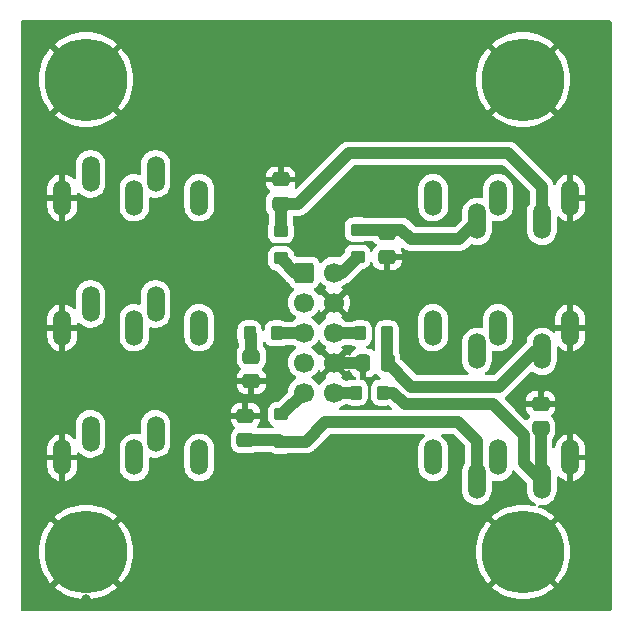
<source format=gbl>
G04 #@! TF.GenerationSoftware,KiCad,Pcbnew,7.0.7*
G04 #@! TF.CreationDate,2023-11-05T15:47:32+01:00*
G04 #@! TF.ProjectId,K_BF,4b5f4246-2e6b-4696-9361-645f70636258,rev?*
G04 #@! TF.SameCoordinates,Original*
G04 #@! TF.FileFunction,Copper,L2,Bot*
G04 #@! TF.FilePolarity,Positive*
%FSLAX46Y46*%
G04 Gerber Fmt 4.6, Leading zero omitted, Abs format (unit mm)*
G04 Created by KiCad (PCBNEW 7.0.7) date 2023-11-05 15:47:32*
%MOMM*%
%LPD*%
G01*
G04 APERTURE LIST*
G04 Aperture macros list*
%AMRoundRect*
0 Rectangle with rounded corners*
0 $1 Rounding radius*
0 $2 $3 $4 $5 $6 $7 $8 $9 X,Y pos of 4 corners*
0 Add a 4 corners polygon primitive as box body*
4,1,4,$2,$3,$4,$5,$6,$7,$8,$9,$2,$3,0*
0 Add four circle primitives for the rounded corners*
1,1,$1+$1,$2,$3*
1,1,$1+$1,$4,$5*
1,1,$1+$1,$6,$7*
1,1,$1+$1,$8,$9*
0 Add four rect primitives between the rounded corners*
20,1,$1+$1,$2,$3,$4,$5,0*
20,1,$1+$1,$4,$5,$6,$7,0*
20,1,$1+$1,$6,$7,$8,$9,0*
20,1,$1+$1,$8,$9,$2,$3,0*%
G04 Aperture macros list end*
G04 #@! TA.AperFunction,ComponentPad*
%ADD10O,1.508000X3.016000*%
G04 #@! TD*
G04 #@! TA.AperFunction,ComponentPad*
%ADD11C,0.800000*%
G04 #@! TD*
G04 #@! TA.AperFunction,ComponentPad*
%ADD12C,7.000000*%
G04 #@! TD*
G04 #@! TA.AperFunction,ComponentPad*
%ADD13RoundRect,0.250000X-0.600000X-0.600000X0.600000X-0.600000X0.600000X0.600000X-0.600000X0.600000X0*%
G04 #@! TD*
G04 #@! TA.AperFunction,ComponentPad*
%ADD14C,1.700000*%
G04 #@! TD*
G04 #@! TA.AperFunction,SMDPad,CuDef*
%ADD15RoundRect,0.250000X0.337500X0.475000X-0.337500X0.475000X-0.337500X-0.475000X0.337500X-0.475000X0*%
G04 #@! TD*
G04 #@! TA.AperFunction,SMDPad,CuDef*
%ADD16RoundRect,0.250000X-0.350000X0.275000X-0.350000X-0.275000X0.350000X-0.275000X0.350000X0.275000X0*%
G04 #@! TD*
G04 #@! TA.AperFunction,SMDPad,CuDef*
%ADD17RoundRect,0.250000X0.475000X-0.337500X0.475000X0.337500X-0.475000X0.337500X-0.475000X-0.337500X0*%
G04 #@! TD*
G04 #@! TA.AperFunction,SMDPad,CuDef*
%ADD18RoundRect,0.250000X-0.475000X0.337500X-0.475000X-0.337500X0.475000X-0.337500X0.475000X0.337500X0*%
G04 #@! TD*
G04 #@! TA.AperFunction,SMDPad,CuDef*
%ADD19RoundRect,0.250000X-0.275000X-0.350000X0.275000X-0.350000X0.275000X0.350000X-0.275000X0.350000X0*%
G04 #@! TD*
G04 #@! TA.AperFunction,SMDPad,CuDef*
%ADD20RoundRect,0.250000X0.350000X-0.275000X0.350000X0.275000X-0.350000X0.275000X-0.350000X-0.275000X0*%
G04 #@! TD*
G04 #@! TA.AperFunction,ViaPad*
%ADD21C,0.800000*%
G04 #@! TD*
G04 #@! TA.AperFunction,Conductor*
%ADD22C,1.000000*%
G04 #@! TD*
G04 APERTURE END LIST*
D10*
X128000000Y-78000000D03*
X130400000Y-76000000D03*
X135900000Y-76000000D03*
X139600000Y-78000000D03*
X134100000Y-78000000D03*
X171000000Y-56000000D03*
X168600000Y-58000000D03*
X163100000Y-58000000D03*
X159400000Y-56000000D03*
X164900000Y-56000000D03*
D11*
X127518845Y-86143845D03*
X128287690Y-84287690D03*
X128287690Y-88000000D03*
D12*
X130000000Y-86000000D03*
D11*
X130143845Y-83518845D03*
X130143845Y-88768845D03*
X132000000Y-84287690D03*
X132000000Y-88000000D03*
X132768845Y-86143845D03*
D10*
X171000000Y-67000000D03*
X168600000Y-69000000D03*
X163100000Y-69000000D03*
X159400000Y-67000000D03*
X164900000Y-67000000D03*
D11*
X164375000Y-86000000D03*
X165143845Y-84143845D03*
X165143845Y-87856155D03*
X167000000Y-83375000D03*
D12*
X167000000Y-86000000D03*
D11*
X167000000Y-88625000D03*
X168856155Y-84143845D03*
X168856155Y-87856155D03*
X169625000Y-86000000D03*
D10*
X171000000Y-78000000D03*
X168600000Y-80000000D03*
X163100000Y-80000000D03*
X159400000Y-78000000D03*
X164900000Y-78000000D03*
X128000000Y-67000000D03*
X130400000Y-65000000D03*
X135900000Y-65000000D03*
X139600000Y-67000000D03*
X134100000Y-67000000D03*
D11*
X164375000Y-46000000D03*
X165143845Y-44143845D03*
X165143845Y-47856155D03*
X167000000Y-43375000D03*
D12*
X167000000Y-46000000D03*
D11*
X167000000Y-48625000D03*
X168856155Y-44143845D03*
X168856155Y-47856155D03*
X169625000Y-46000000D03*
D13*
X148460000Y-62340000D03*
D14*
X151000000Y-62340000D03*
X148460000Y-64880000D03*
X151000000Y-64880000D03*
X148460000Y-67420000D03*
X151000000Y-67420000D03*
X148460000Y-69960000D03*
X151000000Y-69960000D03*
X148460000Y-72500000D03*
X151000000Y-72500000D03*
D10*
X128000000Y-56000000D03*
X130400000Y-54000000D03*
X135900000Y-54000000D03*
X139600000Y-56000000D03*
X134100000Y-56000000D03*
D11*
X127375000Y-46000000D03*
X128143845Y-44143845D03*
X128143845Y-47856155D03*
X130000000Y-43375000D03*
D12*
X130000000Y-46000000D03*
D11*
X130000000Y-48625000D03*
X131856155Y-44143845D03*
X131856155Y-47856155D03*
X132625000Y-46000000D03*
D15*
X155537500Y-70000000D03*
X153462500Y-70000000D03*
D16*
X146500000Y-74350000D03*
X146500000Y-76650000D03*
D17*
X146500000Y-56537500D03*
X146500000Y-54462500D03*
D18*
X144000000Y-69462500D03*
X144000000Y-71537500D03*
D19*
X143850000Y-67500000D03*
X146150000Y-67500000D03*
D16*
X146500000Y-58850000D03*
X146500000Y-61150000D03*
D19*
X153200000Y-67500000D03*
X155500000Y-67500000D03*
D17*
X168500000Y-75537500D03*
X168500000Y-73462500D03*
D18*
X155500000Y-58962500D03*
X155500000Y-61037500D03*
D17*
X143500000Y-76537500D03*
X143500000Y-74462500D03*
D20*
X153000000Y-61000000D03*
X153000000Y-58700000D03*
D19*
X152850000Y-72500000D03*
X155150000Y-72500000D03*
D21*
X145000000Y-42500000D03*
X165000000Y-90000000D03*
X173000000Y-72000000D03*
X170000000Y-90000000D03*
X160000000Y-42500000D03*
X168750000Y-72000000D03*
X160000000Y-90000000D03*
X130000000Y-72500000D03*
X145000000Y-80000000D03*
X150000000Y-90000000D03*
X150000000Y-42500000D03*
X140000000Y-72500000D03*
X135000000Y-90000000D03*
X145000000Y-90000000D03*
X130000000Y-90000000D03*
X172500000Y-42500000D03*
X130000000Y-61000000D03*
X140000000Y-90000000D03*
X135000000Y-42500000D03*
X140000000Y-42500000D03*
X140000000Y-53000000D03*
X155000000Y-42500000D03*
X135000000Y-72500000D03*
X143500000Y-53000000D03*
X155000000Y-90000000D03*
X144000000Y-69462500D03*
X143850000Y-67500000D03*
D22*
X157500000Y-59500000D02*
X156700000Y-58700000D01*
X163100000Y-58000000D02*
X161600000Y-59500000D01*
X161600000Y-59500000D02*
X157500000Y-59500000D01*
X156700000Y-58700000D02*
X153000000Y-58700000D01*
X151040000Y-70000000D02*
X151000000Y-69960000D01*
X153462500Y-70000000D02*
X151040000Y-70000000D01*
X155500000Y-67500000D02*
X155500000Y-69962500D01*
X157537500Y-72000000D02*
X165000000Y-72000000D01*
X168000000Y-69000000D02*
X168600000Y-69000000D01*
X168600000Y-69000000D02*
X168600000Y-69400000D01*
X155537500Y-70000000D02*
X157537500Y-72000000D01*
X155500000Y-69962500D02*
X155537500Y-70000000D01*
X165000000Y-72000000D02*
X168000000Y-69000000D01*
X152250000Y-52250000D02*
X147962500Y-56537500D01*
X146500000Y-58850000D02*
X146500000Y-56537500D01*
X165750000Y-52250000D02*
X152250000Y-52250000D01*
X147962500Y-56537500D02*
X146500000Y-56537500D01*
X168600000Y-58000000D02*
X168600000Y-55100000D01*
X168600000Y-55100000D02*
X165750000Y-52250000D01*
X144000000Y-67650000D02*
X143850000Y-67500000D01*
X144000000Y-69462500D02*
X144000000Y-67650000D01*
X164500000Y-73500000D02*
X167075000Y-76075000D01*
X155150000Y-72500000D02*
X156000000Y-72500000D01*
X156000000Y-72500000D02*
X157000000Y-73500000D01*
X168500000Y-79900000D02*
X168600000Y-80000000D01*
X167075000Y-76075000D02*
X167075000Y-78475000D01*
X168500000Y-75537500D02*
X168500000Y-79900000D01*
X157000000Y-73500000D02*
X164500000Y-73500000D01*
X167075000Y-78475000D02*
X168600000Y-80000000D01*
X143500000Y-76537500D02*
X146387500Y-76537500D01*
X148600000Y-76650000D02*
X146500000Y-76650000D01*
X150250000Y-75000000D02*
X148600000Y-76650000D01*
X163100000Y-76600000D02*
X161500000Y-75000000D01*
X163100000Y-80000000D02*
X163100000Y-76600000D01*
X163000000Y-80100000D02*
X163100000Y-80000000D01*
X146387500Y-76537500D02*
X146500000Y-76650000D01*
X161500000Y-75000000D02*
X150250000Y-75000000D01*
X151000000Y-62340000D02*
X151660000Y-62340000D01*
X151660000Y-62340000D02*
X153000000Y-61000000D01*
X153200000Y-67500000D02*
X151080000Y-67500000D01*
X151080000Y-67500000D02*
X151000000Y-67420000D01*
X148460000Y-62340000D02*
X147690000Y-62340000D01*
X147690000Y-62340000D02*
X146500000Y-61150000D01*
X146500000Y-74350000D02*
X146610000Y-74350000D01*
X146610000Y-74350000D02*
X148460000Y-72500000D01*
X152850000Y-72500000D02*
X151000000Y-72500000D01*
X146150000Y-67500000D02*
X148380000Y-67500000D01*
X148380000Y-67500000D02*
X148460000Y-67420000D01*
G04 #@! TA.AperFunction,Conductor*
G36*
X131450766Y-87115895D02*
G01*
X131499488Y-87145935D01*
X131924859Y-87571306D01*
X131958344Y-87632629D01*
X131953360Y-87702321D01*
X131911488Y-87758254D01*
X131906070Y-87762088D01*
X131819760Y-87819759D01*
X131819759Y-87819760D01*
X131762088Y-87906070D01*
X131708476Y-87950874D01*
X131639151Y-87959581D01*
X131576124Y-87929426D01*
X131571306Y-87924859D01*
X131146687Y-87500240D01*
X131113202Y-87438917D01*
X131118186Y-87369225D01*
X131157056Y-87315612D01*
X131193640Y-87286438D01*
X131320910Y-87149273D01*
X131380937Y-87113520D01*
X131450766Y-87115895D01*
G37*
G04 #@! TD.AperFunction*
G04 #@! TA.AperFunction,Conductor*
G36*
X128631526Y-87117433D02*
G01*
X128679090Y-87149274D01*
X128806351Y-87286429D01*
X128806355Y-87286432D01*
X128806360Y-87286438D01*
X128829285Y-87304720D01*
X128842944Y-87315613D01*
X128883084Y-87372801D01*
X128885933Y-87442613D01*
X128853311Y-87500240D01*
X128579369Y-87774182D01*
X128518046Y-87807667D01*
X128448354Y-87802683D01*
X128422798Y-87789604D01*
X128409942Y-87781014D01*
X128385235Y-87764505D01*
X128385234Y-87764504D01*
X128385233Y-87764504D01*
X128385230Y-87764503D01*
X128312317Y-87750000D01*
X128312314Y-87750000D01*
X128263066Y-87750000D01*
X128206330Y-87761285D01*
X128136739Y-87755056D01*
X128081562Y-87712193D01*
X128058318Y-87646303D01*
X128074386Y-87578306D01*
X128094459Y-87551986D01*
X128500511Y-87145934D01*
X128561834Y-87112449D01*
X128631526Y-87117433D01*
G37*
G04 #@! TD.AperFunction*
G04 #@! TA.AperFunction,Conductor*
G36*
X131683001Y-84065958D02*
G01*
X131738934Y-84107830D01*
X131763351Y-84173294D01*
X131761285Y-84206330D01*
X131745102Y-84287691D01*
X131745102Y-84287692D01*
X131764503Y-84385230D01*
X131764504Y-84385233D01*
X131764504Y-84385234D01*
X131764505Y-84385235D01*
X131770258Y-84393845D01*
X131789604Y-84422798D01*
X131810481Y-84489476D01*
X131791996Y-84556856D01*
X131774182Y-84579369D01*
X131499487Y-84854064D01*
X131438164Y-84887549D01*
X131368472Y-84882565D01*
X131320910Y-84850726D01*
X131257021Y-84781871D01*
X131193643Y-84713564D01*
X131157054Y-84684385D01*
X131116914Y-84627196D01*
X131114065Y-84557384D01*
X131146687Y-84499758D01*
X131551986Y-84094459D01*
X131613309Y-84060974D01*
X131683001Y-84065958D01*
G37*
G04 #@! TD.AperFunction*
G04 #@! TA.AperFunction,Conductor*
G36*
X128711564Y-84358262D02*
G01*
X128716383Y-84362830D01*
X128853312Y-84499759D01*
X128886797Y-84561082D01*
X128881813Y-84630774D01*
X128842945Y-84684386D01*
X128806356Y-84713565D01*
X128679090Y-84850725D01*
X128619062Y-84886479D01*
X128549233Y-84884104D01*
X128500511Y-84854064D01*
X128362830Y-84716383D01*
X128329345Y-84655060D01*
X128334329Y-84585368D01*
X128376201Y-84529435D01*
X128381620Y-84525600D01*
X128385233Y-84523185D01*
X128385235Y-84523185D01*
X128467930Y-84467930D01*
X128523185Y-84385235D01*
X128523185Y-84385233D01*
X128525600Y-84381620D01*
X128579212Y-84336815D01*
X128648537Y-84328108D01*
X128711564Y-84358262D01*
G37*
G04 #@! TD.AperFunction*
G04 #@! TA.AperFunction,Conductor*
G36*
X168450766Y-87115895D02*
G01*
X168499488Y-87145935D01*
X168781014Y-87427461D01*
X168814499Y-87488784D01*
X168809515Y-87558476D01*
X168767643Y-87614409D01*
X168762225Y-87618243D01*
X168675915Y-87675914D01*
X168675914Y-87675915D01*
X168618243Y-87762225D01*
X168564631Y-87807029D01*
X168495306Y-87815736D01*
X168432279Y-87785581D01*
X168427461Y-87781014D01*
X168146687Y-87500240D01*
X168113202Y-87438917D01*
X168118186Y-87369225D01*
X168157056Y-87315612D01*
X168193640Y-87286438D01*
X168320910Y-87149273D01*
X168380937Y-87113520D01*
X168450766Y-87115895D01*
G37*
G04 #@! TD.AperFunction*
G04 #@! TA.AperFunction,Conductor*
G36*
X165631526Y-87117433D02*
G01*
X165679090Y-87149274D01*
X165806351Y-87286429D01*
X165806355Y-87286432D01*
X165806360Y-87286438D01*
X165829285Y-87304720D01*
X165842944Y-87315613D01*
X165883084Y-87372801D01*
X165885933Y-87442613D01*
X165853311Y-87500240D01*
X165572537Y-87781014D01*
X165511214Y-87814499D01*
X165441522Y-87809515D01*
X165385589Y-87767643D01*
X165381754Y-87762223D01*
X165324085Y-87675915D01*
X165237774Y-87618244D01*
X165192969Y-87564632D01*
X165184262Y-87495307D01*
X165214416Y-87432279D01*
X165218984Y-87427461D01*
X165500511Y-87145934D01*
X165561834Y-87112449D01*
X165631526Y-87117433D01*
G37*
G04 #@! TD.AperFunction*
G04 #@! TA.AperFunction,Conductor*
G36*
X168558476Y-84190483D02*
G01*
X168614409Y-84232355D01*
X168618244Y-84237774D01*
X168675915Y-84324085D01*
X168762223Y-84381754D01*
X168807029Y-84435366D01*
X168815736Y-84504691D01*
X168785582Y-84567718D01*
X168781014Y-84572537D01*
X168499487Y-84854064D01*
X168438164Y-84887549D01*
X168368472Y-84882565D01*
X168320910Y-84850726D01*
X168257021Y-84781871D01*
X168193643Y-84713564D01*
X168157054Y-84684385D01*
X168116914Y-84627196D01*
X168114065Y-84557384D01*
X168146687Y-84499758D01*
X168427461Y-84218984D01*
X168488784Y-84185499D01*
X168558476Y-84190483D01*
G37*
G04 #@! TD.AperFunction*
G04 #@! TA.AperFunction,Conductor*
G36*
X165567719Y-84214417D02*
G01*
X165572538Y-84218985D01*
X165853312Y-84499759D01*
X165886797Y-84561082D01*
X165881813Y-84630774D01*
X165842945Y-84684386D01*
X165806356Y-84713565D01*
X165679090Y-84850725D01*
X165619062Y-84886479D01*
X165549233Y-84884104D01*
X165500511Y-84854064D01*
X165218985Y-84572538D01*
X165185500Y-84511215D01*
X165190484Y-84441523D01*
X165232356Y-84385590D01*
X165237775Y-84381755D01*
X165241388Y-84379340D01*
X165241390Y-84379340D01*
X165324085Y-84324085D01*
X165379340Y-84241390D01*
X165379340Y-84241388D01*
X165381755Y-84237775D01*
X165435367Y-84192970D01*
X165504692Y-84184263D01*
X165567719Y-84214417D01*
G37*
G04 #@! TD.AperFunction*
G04 #@! TA.AperFunction,Conductor*
G36*
X153655539Y-69769685D02*
G01*
X153701294Y-69822489D01*
X153712500Y-69874000D01*
X153712500Y-71224999D01*
X153849972Y-71224999D01*
X153849986Y-71224998D01*
X153952697Y-71214505D01*
X154119119Y-71159358D01*
X154119124Y-71159356D01*
X154268345Y-71067315D01*
X154392318Y-70943342D01*
X154394165Y-70940348D01*
X154395969Y-70938724D01*
X154396798Y-70937677D01*
X154396976Y-70937818D01*
X154446110Y-70893621D01*
X154515073Y-70882396D01*
X154579156Y-70910236D01*
X154605243Y-70940341D01*
X154607288Y-70943656D01*
X154731344Y-71067712D01*
X154880666Y-71159814D01*
X154880670Y-71159815D01*
X154887209Y-71162864D01*
X154885903Y-71165663D01*
X154931942Y-71197472D01*
X154958829Y-71261961D01*
X154946581Y-71330749D01*
X154899089Y-71381996D01*
X154835579Y-71399500D01*
X154825003Y-71399500D01*
X154824980Y-71399501D01*
X154722203Y-71410000D01*
X154722200Y-71410001D01*
X154555668Y-71465185D01*
X154555663Y-71465187D01*
X154406342Y-71557289D01*
X154282289Y-71681342D01*
X154190187Y-71830663D01*
X154190185Y-71830666D01*
X154190186Y-71830666D01*
X154135001Y-71997203D01*
X154135001Y-71997204D01*
X154135000Y-71997204D01*
X154124500Y-72099983D01*
X154124500Y-72900001D01*
X154124501Y-72900019D01*
X154135000Y-73002796D01*
X154135001Y-73002799D01*
X154158931Y-73075013D01*
X154190186Y-73169334D01*
X154282288Y-73318656D01*
X154406344Y-73442712D01*
X154555666Y-73534814D01*
X154722203Y-73589999D01*
X154824991Y-73600500D01*
X155475008Y-73600499D01*
X155475016Y-73600498D01*
X155475019Y-73600498D01*
X155498896Y-73598058D01*
X155577797Y-73589999D01*
X155578261Y-73589844D01*
X155578563Y-73589834D01*
X155584414Y-73588582D01*
X155584637Y-73589625D01*
X155648088Y-73587441D01*
X155704948Y-73619869D01*
X155872898Y-73787819D01*
X155906383Y-73849142D01*
X155901399Y-73918834D01*
X155859527Y-73974767D01*
X155794063Y-73999184D01*
X155785217Y-73999500D01*
X151539196Y-73999500D01*
X151472157Y-73979815D01*
X151426402Y-73927011D01*
X151416458Y-73857853D01*
X151445483Y-73794297D01*
X151486791Y-73763118D01*
X151677830Y-73674035D01*
X151871401Y-73538495D01*
X151873077Y-73536819D01*
X151873995Y-73536317D01*
X151875544Y-73535018D01*
X151875805Y-73535329D01*
X151934400Y-73503334D01*
X151960758Y-73500500D01*
X152164868Y-73500500D01*
X152229963Y-73518960D01*
X152255666Y-73534814D01*
X152422203Y-73589999D01*
X152524991Y-73600500D01*
X153175008Y-73600499D01*
X153175016Y-73600498D01*
X153175019Y-73600498D01*
X153231302Y-73594748D01*
X153277797Y-73589999D01*
X153444334Y-73534814D01*
X153593656Y-73442712D01*
X153717712Y-73318656D01*
X153809814Y-73169334D01*
X153864999Y-73002797D01*
X153875500Y-72900009D01*
X153875499Y-72099992D01*
X153864999Y-71997203D01*
X153809814Y-71830666D01*
X153717712Y-71681344D01*
X153593656Y-71557288D01*
X153444334Y-71465186D01*
X153280623Y-71410937D01*
X153223179Y-71371165D01*
X153196356Y-71306649D01*
X153208671Y-71237874D01*
X153212500Y-71232556D01*
X153212500Y-69874000D01*
X153232185Y-69806961D01*
X153284989Y-69761206D01*
X153336500Y-69750000D01*
X153588500Y-69750000D01*
X153655539Y-69769685D01*
G37*
G04 #@! TD.AperFunction*
G04 #@! TA.AperFunction,Conductor*
G36*
X150522064Y-70186894D02*
G01*
X150577998Y-70228765D01*
X150583039Y-70236025D01*
X150604010Y-70268657D01*
X150618239Y-70290798D01*
X150733602Y-70390759D01*
X150731293Y-70393422D01*
X150766006Y-70433499D01*
X150775935Y-70502660D01*
X150746898Y-70566210D01*
X150740882Y-70572669D01*
X150238625Y-71074925D01*
X150314594Y-71128119D01*
X150358219Y-71182696D01*
X150365413Y-71252194D01*
X150333890Y-71314549D01*
X150314595Y-71331269D01*
X150128594Y-71461508D01*
X149961505Y-71628597D01*
X149831575Y-71814158D01*
X149776998Y-71857783D01*
X149707500Y-71864977D01*
X149645145Y-71833454D01*
X149628425Y-71814158D01*
X149498494Y-71628597D01*
X149331402Y-71461506D01*
X149331396Y-71461501D01*
X149145842Y-71331575D01*
X149102217Y-71276998D01*
X149095023Y-71207500D01*
X149126546Y-71145145D01*
X149145842Y-71128425D01*
X149311681Y-71012303D01*
X149331401Y-70998495D01*
X149498495Y-70831401D01*
X149628732Y-70645403D01*
X149683307Y-70601780D01*
X149752805Y-70594586D01*
X149815160Y-70626109D01*
X149831880Y-70645405D01*
X149885073Y-70721373D01*
X150391050Y-70215395D01*
X150452373Y-70181910D01*
X150522064Y-70186894D01*
G37*
G04 #@! TD.AperFunction*
G04 #@! TA.AperFunction,Conductor*
G36*
X151602470Y-70209363D02*
G01*
X151608949Y-70215396D01*
X152114925Y-70721373D01*
X152114926Y-70721373D01*
X152176706Y-70633144D01*
X152178290Y-70634253D01*
X152222679Y-70591911D01*
X152291284Y-70578673D01*
X152356154Y-70604627D01*
X152396694Y-70661533D01*
X152397229Y-70663110D01*
X152440641Y-70794119D01*
X152440643Y-70794124D01*
X152532684Y-70943345D01*
X152656654Y-71067315D01*
X152805875Y-71159356D01*
X152812421Y-71162408D01*
X152811297Y-71164817D01*
X152858591Y-71197548D01*
X152885426Y-71262058D01*
X152873125Y-71330837D01*
X152825592Y-71382046D01*
X152762158Y-71399500D01*
X152524999Y-71399500D01*
X152524980Y-71399501D01*
X152422203Y-71410000D01*
X152422200Y-71410001D01*
X152255668Y-71465185D01*
X152255663Y-71465187D01*
X152239933Y-71474889D01*
X152229963Y-71481039D01*
X152164868Y-71499500D01*
X151960758Y-71499500D01*
X151893719Y-71479815D01*
X151873077Y-71463181D01*
X151871402Y-71461506D01*
X151871401Y-71461505D01*
X151685405Y-71331269D01*
X151641781Y-71276692D01*
X151634588Y-71207193D01*
X151666110Y-71144839D01*
X151685405Y-71128119D01*
X151761373Y-71074925D01*
X151259116Y-70572669D01*
X151225631Y-70511346D01*
X151230615Y-70441655D01*
X151267640Y-70392193D01*
X151266398Y-70390759D01*
X151273100Y-70384952D01*
X151381761Y-70290798D01*
X151416954Y-70236037D01*
X151469755Y-70190283D01*
X151538914Y-70180339D01*
X151602470Y-70209363D01*
G37*
G04 #@! TD.AperFunction*
G04 #@! TA.AperFunction,Conductor*
G36*
X149814855Y-68086546D02*
G01*
X149831575Y-68105842D01*
X149953784Y-68280375D01*
X149961505Y-68291401D01*
X150128599Y-68458495D01*
X150306012Y-68582721D01*
X150314594Y-68588730D01*
X150358218Y-68643307D01*
X150365411Y-68712806D01*
X150333889Y-68775160D01*
X150314593Y-68791880D01*
X150238626Y-68845072D01*
X150238625Y-68845072D01*
X150740883Y-69347330D01*
X150774368Y-69408653D01*
X150769384Y-69478345D01*
X150732357Y-69527805D01*
X150733602Y-69529241D01*
X150618238Y-69629202D01*
X150583046Y-69683962D01*
X150530242Y-69729717D01*
X150461083Y-69739660D01*
X150397528Y-69710634D01*
X150391050Y-69704603D01*
X149885073Y-69198626D01*
X149831881Y-69274594D01*
X149777304Y-69318219D01*
X149707806Y-69325413D01*
X149645451Y-69293891D01*
X149628730Y-69274594D01*
X149498494Y-69088597D01*
X149331402Y-68921506D01*
X149331401Y-68921505D01*
X149165305Y-68805203D01*
X149145841Y-68791574D01*
X149102216Y-68736997D01*
X149095024Y-68667498D01*
X149126546Y-68605144D01*
X149145836Y-68588428D01*
X149331401Y-68458495D01*
X149498495Y-68291401D01*
X149628424Y-68105842D01*
X149683002Y-68062217D01*
X149752500Y-68055023D01*
X149814855Y-68086546D01*
G37*
G04 #@! TD.AperFunction*
G04 #@! TA.AperFunction,Conductor*
G36*
X152579963Y-68518960D02*
G01*
X152605666Y-68534814D01*
X152772203Y-68589999D01*
X152799857Y-68592824D01*
X152864549Y-68619219D01*
X152904701Y-68676400D01*
X152907565Y-68746211D01*
X152872232Y-68806488D01*
X152826262Y-68833887D01*
X152805884Y-68840639D01*
X152805875Y-68840643D01*
X152656654Y-68932684D01*
X152532684Y-69056654D01*
X152440643Y-69205875D01*
X152440641Y-69205880D01*
X152413059Y-69289118D01*
X152373286Y-69346563D01*
X152308770Y-69373386D01*
X152239994Y-69361071D01*
X152188795Y-69313528D01*
X152182971Y-69302518D01*
X152173602Y-69282427D01*
X152173599Y-69282421D01*
X152114925Y-69198626D01*
X152114925Y-69198625D01*
X151608949Y-69704602D01*
X151547626Y-69738087D01*
X151477934Y-69733103D01*
X151422001Y-69691231D01*
X151416953Y-69683961D01*
X151381761Y-69629202D01*
X151266398Y-69529241D01*
X151268708Y-69526574D01*
X151234005Y-69486528D01*
X151224058Y-69417370D01*
X151253080Y-69353813D01*
X151259116Y-69347330D01*
X151761373Y-68845073D01*
X151761373Y-68845072D01*
X151685405Y-68791880D01*
X151641780Y-68737304D01*
X151634586Y-68667805D01*
X151666108Y-68605451D01*
X151685399Y-68588734D01*
X151779385Y-68522925D01*
X151845593Y-68500597D01*
X151850509Y-68500500D01*
X152514868Y-68500500D01*
X152579963Y-68518960D01*
G37*
G04 #@! TD.AperFunction*
G04 #@! TA.AperFunction,Conductor*
G36*
X150522064Y-65106894D02*
G01*
X150577998Y-65148765D01*
X150583039Y-65156025D01*
X150583048Y-65156039D01*
X150618239Y-65210798D01*
X150733602Y-65310759D01*
X150731293Y-65313422D01*
X150766006Y-65353499D01*
X150775935Y-65422660D01*
X150746898Y-65486210D01*
X150740882Y-65492669D01*
X150238625Y-65994925D01*
X150314594Y-66048119D01*
X150358219Y-66102696D01*
X150365413Y-66172194D01*
X150333890Y-66234549D01*
X150314595Y-66251269D01*
X150128594Y-66381508D01*
X149961505Y-66548597D01*
X149831575Y-66734158D01*
X149776998Y-66777783D01*
X149707500Y-66784977D01*
X149645145Y-66753454D01*
X149628425Y-66734158D01*
X149498494Y-66548597D01*
X149331402Y-66381506D01*
X149331396Y-66381501D01*
X149145842Y-66251575D01*
X149102217Y-66196998D01*
X149095023Y-66127500D01*
X149126546Y-66065145D01*
X149145842Y-66048425D01*
X149215000Y-66000000D01*
X149331401Y-65918495D01*
X149498495Y-65751401D01*
X149628732Y-65565403D01*
X149683307Y-65521780D01*
X149752805Y-65514586D01*
X149815160Y-65546109D01*
X149831880Y-65565405D01*
X149885073Y-65641373D01*
X150391050Y-65135395D01*
X150452373Y-65101910D01*
X150522064Y-65106894D01*
G37*
G04 #@! TD.AperFunction*
G04 #@! TA.AperFunction,Conductor*
G36*
X149920720Y-63178779D02*
G01*
X149957483Y-63207766D01*
X149957677Y-63207573D01*
X149959313Y-63209209D01*
X149960354Y-63210030D01*
X149961501Y-63211397D01*
X149961505Y-63211401D01*
X150128599Y-63378495D01*
X150310185Y-63505643D01*
X150314594Y-63508730D01*
X150358218Y-63563307D01*
X150365411Y-63632806D01*
X150333889Y-63695160D01*
X150314593Y-63711880D01*
X150238626Y-63765072D01*
X150238625Y-63765072D01*
X150740883Y-64267330D01*
X150774368Y-64328653D01*
X150769384Y-64398345D01*
X150732357Y-64447805D01*
X150733602Y-64449241D01*
X150618238Y-64549202D01*
X150583046Y-64603962D01*
X150530242Y-64649717D01*
X150461083Y-64659660D01*
X150397528Y-64630634D01*
X150391050Y-64624603D01*
X149885073Y-64118626D01*
X149831881Y-64194594D01*
X149777304Y-64238219D01*
X149707806Y-64245413D01*
X149645451Y-64213891D01*
X149628730Y-64194594D01*
X149498494Y-64008597D01*
X149331398Y-63841501D01*
X149330030Y-63840354D01*
X149329592Y-63839696D01*
X149327573Y-63837677D01*
X149327978Y-63837271D01*
X149291330Y-63782182D01*
X149290224Y-63712321D01*
X149327063Y-63652952D01*
X149370737Y-63627662D01*
X149379334Y-63624814D01*
X149528656Y-63532712D01*
X149652712Y-63408656D01*
X149744814Y-63259334D01*
X149747662Y-63250738D01*
X149787429Y-63193294D01*
X149851944Y-63166468D01*
X149920720Y-63178779D01*
G37*
G04 #@! TD.AperFunction*
G04 #@! TA.AperFunction,Conductor*
G36*
X131450766Y-47115895D02*
G01*
X131499488Y-47145935D01*
X131781014Y-47427461D01*
X131814499Y-47488784D01*
X131809515Y-47558476D01*
X131767643Y-47614409D01*
X131762225Y-47618243D01*
X131675915Y-47675914D01*
X131675914Y-47675915D01*
X131618243Y-47762225D01*
X131564631Y-47807029D01*
X131495306Y-47815736D01*
X131432279Y-47785581D01*
X131427461Y-47781014D01*
X131146687Y-47500240D01*
X131113202Y-47438917D01*
X131118186Y-47369225D01*
X131157056Y-47315612D01*
X131193640Y-47286438D01*
X131320910Y-47149273D01*
X131380937Y-47113520D01*
X131450766Y-47115895D01*
G37*
G04 #@! TD.AperFunction*
G04 #@! TA.AperFunction,Conductor*
G36*
X128631526Y-47117433D02*
G01*
X128679090Y-47149274D01*
X128806351Y-47286429D01*
X128806355Y-47286432D01*
X128806360Y-47286438D01*
X128829285Y-47304720D01*
X128842944Y-47315613D01*
X128883084Y-47372801D01*
X128885933Y-47442613D01*
X128853311Y-47500240D01*
X128572537Y-47781014D01*
X128511214Y-47814499D01*
X128441522Y-47809515D01*
X128385589Y-47767643D01*
X128381754Y-47762223D01*
X128324085Y-47675915D01*
X128237774Y-47618244D01*
X128192969Y-47564632D01*
X128184262Y-47495307D01*
X128214416Y-47432279D01*
X128218984Y-47427461D01*
X128500511Y-47145934D01*
X128561834Y-47112449D01*
X128631526Y-47117433D01*
G37*
G04 #@! TD.AperFunction*
G04 #@! TA.AperFunction,Conductor*
G36*
X131558476Y-44190483D02*
G01*
X131614409Y-44232355D01*
X131618244Y-44237774D01*
X131675915Y-44324085D01*
X131762223Y-44381754D01*
X131807029Y-44435366D01*
X131815736Y-44504691D01*
X131785582Y-44567718D01*
X131781014Y-44572537D01*
X131499487Y-44854064D01*
X131438164Y-44887549D01*
X131368472Y-44882565D01*
X131320910Y-44850726D01*
X131257021Y-44781871D01*
X131193643Y-44713564D01*
X131157054Y-44684385D01*
X131116914Y-44627196D01*
X131114065Y-44557384D01*
X131146687Y-44499758D01*
X131427461Y-44218984D01*
X131488784Y-44185499D01*
X131558476Y-44190483D01*
G37*
G04 #@! TD.AperFunction*
G04 #@! TA.AperFunction,Conductor*
G36*
X128567719Y-44214417D02*
G01*
X128572538Y-44218985D01*
X128853312Y-44499759D01*
X128886797Y-44561082D01*
X128881813Y-44630774D01*
X128842945Y-44684386D01*
X128806356Y-44713565D01*
X128679090Y-44850725D01*
X128619062Y-44886479D01*
X128549233Y-44884104D01*
X128500511Y-44854064D01*
X128218985Y-44572538D01*
X128185500Y-44511215D01*
X128190484Y-44441523D01*
X128232356Y-44385590D01*
X128237775Y-44381755D01*
X128241388Y-44379340D01*
X128241390Y-44379340D01*
X128324085Y-44324085D01*
X128379340Y-44241390D01*
X128379340Y-44241388D01*
X128381755Y-44237775D01*
X128435367Y-44192970D01*
X128504692Y-44184263D01*
X128567719Y-44214417D01*
G37*
G04 #@! TD.AperFunction*
G04 #@! TA.AperFunction,Conductor*
G36*
X168450766Y-47115895D02*
G01*
X168499488Y-47145935D01*
X168781014Y-47427461D01*
X168814499Y-47488784D01*
X168809515Y-47558476D01*
X168767643Y-47614409D01*
X168762225Y-47618243D01*
X168675915Y-47675914D01*
X168675914Y-47675915D01*
X168618243Y-47762225D01*
X168564631Y-47807029D01*
X168495306Y-47815736D01*
X168432279Y-47785581D01*
X168427461Y-47781014D01*
X168146687Y-47500240D01*
X168113202Y-47438917D01*
X168118186Y-47369225D01*
X168157056Y-47315612D01*
X168193640Y-47286438D01*
X168320910Y-47149273D01*
X168380937Y-47113520D01*
X168450766Y-47115895D01*
G37*
G04 #@! TD.AperFunction*
G04 #@! TA.AperFunction,Conductor*
G36*
X165631526Y-47117433D02*
G01*
X165679090Y-47149274D01*
X165806351Y-47286429D01*
X165806355Y-47286432D01*
X165806360Y-47286438D01*
X165829285Y-47304720D01*
X165842944Y-47315613D01*
X165883084Y-47372801D01*
X165885933Y-47442613D01*
X165853311Y-47500240D01*
X165572537Y-47781014D01*
X165511214Y-47814499D01*
X165441522Y-47809515D01*
X165385589Y-47767643D01*
X165381754Y-47762223D01*
X165324085Y-47675915D01*
X165237774Y-47618244D01*
X165192969Y-47564632D01*
X165184262Y-47495307D01*
X165214416Y-47432279D01*
X165218984Y-47427461D01*
X165500511Y-47145934D01*
X165561834Y-47112449D01*
X165631526Y-47117433D01*
G37*
G04 #@! TD.AperFunction*
G04 #@! TA.AperFunction,Conductor*
G36*
X168558476Y-44190483D02*
G01*
X168614409Y-44232355D01*
X168618244Y-44237774D01*
X168675915Y-44324085D01*
X168762223Y-44381754D01*
X168807029Y-44435366D01*
X168815736Y-44504691D01*
X168785582Y-44567718D01*
X168781014Y-44572537D01*
X168499487Y-44854064D01*
X168438164Y-44887549D01*
X168368472Y-44882565D01*
X168320910Y-44850726D01*
X168257021Y-44781871D01*
X168193643Y-44713564D01*
X168157054Y-44684385D01*
X168116914Y-44627196D01*
X168114065Y-44557384D01*
X168146687Y-44499758D01*
X168427461Y-44218984D01*
X168488784Y-44185499D01*
X168558476Y-44190483D01*
G37*
G04 #@! TD.AperFunction*
G04 #@! TA.AperFunction,Conductor*
G36*
X165567719Y-44214417D02*
G01*
X165572538Y-44218985D01*
X165853312Y-44499759D01*
X165886797Y-44561082D01*
X165881813Y-44630774D01*
X165842945Y-44684386D01*
X165806356Y-44713565D01*
X165679090Y-44850725D01*
X165619062Y-44886479D01*
X165549233Y-44884104D01*
X165500511Y-44854064D01*
X165218985Y-44572538D01*
X165185500Y-44511215D01*
X165190484Y-44441523D01*
X165232356Y-44385590D01*
X165237775Y-44381755D01*
X165241388Y-44379340D01*
X165241390Y-44379340D01*
X165324085Y-44324085D01*
X165379340Y-44241390D01*
X165379340Y-44241388D01*
X165381755Y-44237775D01*
X165435367Y-44192970D01*
X165504692Y-44184263D01*
X165567719Y-44214417D01*
G37*
G04 #@! TD.AperFunction*
G04 #@! TA.AperFunction,Conductor*
G36*
X174442539Y-41020185D02*
G01*
X174488294Y-41072989D01*
X174499500Y-41124500D01*
X174499500Y-90875500D01*
X174479815Y-90942539D01*
X174427011Y-90988294D01*
X174375500Y-90999500D01*
X124624500Y-90999500D01*
X124557461Y-90979815D01*
X124511706Y-90927011D01*
X124500500Y-90875500D01*
X124500500Y-85999999D01*
X125995176Y-85999999D01*
X126014461Y-86392550D01*
X126072129Y-86781308D01*
X126167625Y-87162549D01*
X126300016Y-87532559D01*
X126300023Y-87532575D01*
X126468062Y-87887864D01*
X126670109Y-88224958D01*
X126904228Y-88540632D01*
X127000068Y-88646376D01*
X127000069Y-88646376D01*
X127839676Y-87806769D01*
X127900999Y-87773284D01*
X127970690Y-87778268D01*
X128026624Y-87820140D01*
X128051041Y-87885604D01*
X128048975Y-87918640D01*
X128032792Y-88000001D01*
X128032792Y-88000002D01*
X128052193Y-88097540D01*
X128052194Y-88097543D01*
X128052194Y-88097544D01*
X128052195Y-88097545D01*
X128057948Y-88106155D01*
X128077294Y-88135108D01*
X128098171Y-88201786D01*
X128079686Y-88269166D01*
X128061872Y-88291679D01*
X127353622Y-88999929D01*
X127353622Y-88999930D01*
X127459367Y-89095771D01*
X127775041Y-89329890D01*
X128112135Y-89531937D01*
X128467424Y-89699976D01*
X128467440Y-89699983D01*
X128837450Y-89832374D01*
X129218691Y-89927870D01*
X129607449Y-89985538D01*
X129999999Y-90004823D01*
X130392550Y-89985538D01*
X130781308Y-89927870D01*
X131162549Y-89832374D01*
X131532559Y-89699983D01*
X131532575Y-89699976D01*
X131887864Y-89531937D01*
X132224958Y-89329890D01*
X132540632Y-89095770D01*
X132646376Y-88999929D01*
X132075140Y-88428693D01*
X132041655Y-88367370D01*
X132046639Y-88297678D01*
X132088511Y-88241745D01*
X132093930Y-88237910D01*
X132097543Y-88235495D01*
X132097545Y-88235495D01*
X132180240Y-88180240D01*
X132235495Y-88097545D01*
X132235495Y-88097543D01*
X132237910Y-88093930D01*
X132291522Y-88049125D01*
X132360847Y-88040418D01*
X132423874Y-88070572D01*
X132428693Y-88075140D01*
X132999929Y-88646376D01*
X133095770Y-88540632D01*
X133329890Y-88224958D01*
X133531937Y-87887864D01*
X133699976Y-87532575D01*
X133699983Y-87532559D01*
X133832374Y-87162549D01*
X133927870Y-86781308D01*
X133985538Y-86392550D01*
X134004823Y-85999999D01*
X133985538Y-85607449D01*
X133927870Y-85218691D01*
X133832374Y-84837450D01*
X133699983Y-84467440D01*
X133699976Y-84467424D01*
X133531937Y-84112135D01*
X133329890Y-83775041D01*
X133095771Y-83459367D01*
X132999930Y-83353622D01*
X132999929Y-83353622D01*
X132291679Y-84061872D01*
X132230356Y-84095357D01*
X132160664Y-84090373D01*
X132135108Y-84077294D01*
X132122252Y-84068704D01*
X132097545Y-84052195D01*
X132097544Y-84052194D01*
X132097543Y-84052194D01*
X132097540Y-84052193D01*
X132024627Y-84037690D01*
X132024624Y-84037690D01*
X131975376Y-84037690D01*
X131918640Y-84048975D01*
X131849049Y-84042746D01*
X131793872Y-83999883D01*
X131770628Y-83933993D01*
X131786696Y-83865996D01*
X131806769Y-83839676D01*
X132646376Y-83000069D01*
X132646376Y-83000068D01*
X132540632Y-82904228D01*
X132224958Y-82670109D01*
X131887864Y-82468062D01*
X131532575Y-82300023D01*
X131532559Y-82300016D01*
X131162549Y-82167625D01*
X130781308Y-82072129D01*
X130392550Y-82014461D01*
X129999999Y-81995176D01*
X129607449Y-82014461D01*
X129218691Y-82072129D01*
X128837450Y-82167625D01*
X128467440Y-82300016D01*
X128467424Y-82300023D01*
X128112135Y-82468062D01*
X127775041Y-82670109D01*
X127459368Y-82904228D01*
X127353622Y-83000069D01*
X128212549Y-83858996D01*
X128246034Y-83920319D01*
X128241050Y-83990011D01*
X128199178Y-84045944D01*
X128193760Y-84049778D01*
X128107450Y-84107449D01*
X128107449Y-84107450D01*
X128049778Y-84193760D01*
X127996166Y-84238564D01*
X127926841Y-84247271D01*
X127863814Y-84217116D01*
X127858996Y-84212549D01*
X127000069Y-83353622D01*
X126904228Y-83459368D01*
X126670109Y-83775041D01*
X126468062Y-84112135D01*
X126300023Y-84467424D01*
X126300016Y-84467440D01*
X126167625Y-84837450D01*
X126072129Y-85218691D01*
X126014461Y-85607449D01*
X125995176Y-85999999D01*
X124500500Y-85999999D01*
X124500500Y-78810316D01*
X126746000Y-78810316D01*
X126761164Y-78978816D01*
X126821211Y-79196393D01*
X126821217Y-79196408D01*
X126919150Y-79399769D01*
X126919154Y-79399777D01*
X127051826Y-79582384D01*
X127051833Y-79582392D01*
X127214981Y-79738378D01*
X127403363Y-79862729D01*
X127610927Y-79951445D01*
X127610935Y-79951448D01*
X127749998Y-79983188D01*
X127749999Y-79983188D01*
X127749999Y-79113346D01*
X127769684Y-79046307D01*
X127822488Y-79000552D01*
X127891646Y-78990608D01*
X127908929Y-78994367D01*
X127928111Y-79000000D01*
X127928112Y-79000000D01*
X128071890Y-79000000D01*
X128071890Y-78999999D01*
X128091063Y-78994369D01*
X128160932Y-78994368D01*
X128219711Y-79032141D01*
X128248737Y-79095696D01*
X128250000Y-79113346D01*
X128250000Y-79985587D01*
X128280165Y-79981503D01*
X128494845Y-79911749D01*
X128693614Y-79804786D01*
X128693623Y-79804780D01*
X128870087Y-79664055D01*
X128870102Y-79664041D01*
X129018607Y-79494062D01*
X129018608Y-79494060D01*
X129134378Y-79300296D01*
X129134380Y-79300291D01*
X129213696Y-79088958D01*
X129254000Y-78866864D01*
X129254000Y-78250000D01*
X128624000Y-78250000D01*
X128556961Y-78230315D01*
X128511206Y-78177511D01*
X128500000Y-78126000D01*
X128500000Y-77874000D01*
X128519685Y-77806961D01*
X128572489Y-77761206D01*
X128624000Y-77750000D01*
X129254000Y-77750000D01*
X129253999Y-77749999D01*
X129254000Y-77684048D01*
X129273685Y-77617009D01*
X129326489Y-77571254D01*
X129395647Y-77561310D01*
X129459203Y-77590335D01*
X129463677Y-77594409D01*
X129614670Y-77738772D01*
X129711710Y-77802827D01*
X129803125Y-77863171D01*
X129803127Y-77863172D01*
X129803129Y-77863173D01*
X130010771Y-77951923D01*
X130230924Y-78002172D01*
X130422153Y-78010760D01*
X130456506Y-78012303D01*
X130456506Y-78012302D01*
X130456510Y-78012303D01*
X130680281Y-77981991D01*
X130895043Y-77912211D01*
X131093894Y-77805204D01*
X131270442Y-77664411D01*
X131419014Y-77494357D01*
X131534834Y-77300507D01*
X131597667Y-77133090D01*
X132845499Y-77133090D01*
X132845500Y-78810337D01*
X132845500Y-78810339D01*
X132860670Y-78978906D01*
X132920741Y-79196570D01*
X132920747Y-79196585D01*
X133018719Y-79400026D01*
X133018723Y-79400034D01*
X133151448Y-79582715D01*
X133151449Y-79582717D01*
X133151452Y-79582720D01*
X133151453Y-79582721D01*
X133187092Y-79616795D01*
X133314671Y-79738773D01*
X133503125Y-79863171D01*
X133503127Y-79863172D01*
X133503129Y-79863173D01*
X133710771Y-79951923D01*
X133930924Y-80002172D01*
X134122153Y-80010760D01*
X134156506Y-80012303D01*
X134156506Y-80012302D01*
X134156510Y-80012303D01*
X134380281Y-79981991D01*
X134595043Y-79912211D01*
X134793894Y-79805204D01*
X134970442Y-79664411D01*
X135119014Y-79494357D01*
X135234834Y-79300507D01*
X135314180Y-79089092D01*
X135332052Y-78990608D01*
X135354500Y-78866909D01*
X135354500Y-78810339D01*
X138345500Y-78810339D01*
X138360670Y-78978906D01*
X138420741Y-79196570D01*
X138420747Y-79196585D01*
X138518719Y-79400026D01*
X138518723Y-79400034D01*
X138651448Y-79582715D01*
X138651449Y-79582717D01*
X138651452Y-79582720D01*
X138651453Y-79582721D01*
X138687092Y-79616795D01*
X138814671Y-79738773D01*
X139003125Y-79863171D01*
X139003127Y-79863172D01*
X139003129Y-79863173D01*
X139210771Y-79951923D01*
X139430924Y-80002172D01*
X139622153Y-80010760D01*
X139656506Y-80012303D01*
X139656506Y-80012302D01*
X139656510Y-80012303D01*
X139880281Y-79981991D01*
X140095043Y-79912211D01*
X140293894Y-79805204D01*
X140470442Y-79664411D01*
X140619014Y-79494357D01*
X140734834Y-79300507D01*
X140814180Y-79089092D01*
X140832052Y-78990608D01*
X140854500Y-78866909D01*
X140854500Y-77189662D01*
X140854500Y-77189657D01*
X140839329Y-77021095D01*
X140839329Y-77021093D01*
X140812809Y-76925001D01*
X142274500Y-76925001D01*
X142274501Y-76925019D01*
X142285000Y-77027796D01*
X142285001Y-77027799D01*
X142340185Y-77194331D01*
X142340187Y-77194336D01*
X142359603Y-77225814D01*
X142432288Y-77343656D01*
X142556344Y-77467712D01*
X142705666Y-77559814D01*
X142872203Y-77614999D01*
X142974991Y-77625500D01*
X144025008Y-77625499D01*
X144025016Y-77625498D01*
X144025019Y-77625498D01*
X144109598Y-77616858D01*
X144127797Y-77614999D01*
X144294334Y-77559814D01*
X144299768Y-77556461D01*
X144364866Y-77538000D01*
X145679070Y-77538000D01*
X145744166Y-77556461D01*
X145830659Y-77609810D01*
X145830660Y-77609810D01*
X145830666Y-77609814D01*
X145997203Y-77664999D01*
X146099991Y-77675500D01*
X146900008Y-77675499D01*
X146900016Y-77675498D01*
X146900019Y-77675498D01*
X146956302Y-77669748D01*
X147002797Y-77664999D01*
X147027558Y-77656793D01*
X147066562Y-77650500D01*
X148587284Y-77650500D01*
X148676358Y-77652757D01*
X148676358Y-77652756D01*
X148676363Y-77652757D01*
X148736753Y-77641932D01*
X148741412Y-77641280D01*
X148783607Y-77636988D01*
X148802438Y-77635074D01*
X148835227Y-77624786D01*
X148842840Y-77622918D01*
X148876653Y-77616858D01*
X148933621Y-77594101D01*
X148938053Y-77592524D01*
X148945030Y-77590335D01*
X148996588Y-77574159D01*
X149026627Y-77557484D01*
X149033708Y-77554122D01*
X149065617Y-77541377D01*
X149116854Y-77507608D01*
X149120851Y-77505187D01*
X149174502Y-77475409D01*
X149200568Y-77453030D01*
X149206843Y-77448300D01*
X149235519Y-77429402D01*
X149278917Y-77386002D01*
X149282336Y-77382834D01*
X149328895Y-77342866D01*
X149349931Y-77315688D01*
X149355101Y-77309818D01*
X150628101Y-76036819D01*
X150689425Y-76003334D01*
X150715783Y-76000500D01*
X158595374Y-76000500D01*
X158662413Y-76020185D01*
X158708168Y-76072989D01*
X158718112Y-76142147D01*
X158689087Y-76205703D01*
X158672687Y-76221447D01*
X158529560Y-76335586D01*
X158380988Y-76505639D01*
X158265166Y-76699493D01*
X158185819Y-76910908D01*
X158145500Y-77133090D01*
X158145500Y-78810339D01*
X158160670Y-78978906D01*
X158220741Y-79196570D01*
X158220747Y-79196585D01*
X158318719Y-79400026D01*
X158318723Y-79400034D01*
X158451448Y-79582715D01*
X158451449Y-79582717D01*
X158451452Y-79582720D01*
X158451453Y-79582721D01*
X158487092Y-79616795D01*
X158614671Y-79738773D01*
X158803125Y-79863171D01*
X158803127Y-79863172D01*
X158803129Y-79863173D01*
X159010771Y-79951923D01*
X159230924Y-80002172D01*
X159422153Y-80010760D01*
X159456506Y-80012303D01*
X159456506Y-80012302D01*
X159456510Y-80012303D01*
X159680281Y-79981991D01*
X159895043Y-79912211D01*
X160093894Y-79805204D01*
X160270442Y-79664411D01*
X160419014Y-79494357D01*
X160534834Y-79300507D01*
X160614180Y-79089092D01*
X160632052Y-78990608D01*
X160654500Y-78866909D01*
X160654500Y-77189662D01*
X160654500Y-77189657D01*
X160639329Y-77021095D01*
X160639329Y-77021093D01*
X160579258Y-76803429D01*
X160579252Y-76803414D01*
X160481280Y-76599973D01*
X160481276Y-76599965D01*
X160348551Y-76417284D01*
X160348550Y-76417282D01*
X160341841Y-76410868D01*
X160185330Y-76261228D01*
X160134971Y-76227986D01*
X160089867Y-76174626D01*
X160080771Y-76105351D01*
X160110573Y-76042156D01*
X160169809Y-76005104D01*
X160203284Y-76000500D01*
X161034217Y-76000500D01*
X161101256Y-76020185D01*
X161121898Y-76036819D01*
X162063181Y-76978102D01*
X162096666Y-77039425D01*
X162099500Y-77065783D01*
X162099500Y-78440434D01*
X162081948Y-78504034D01*
X162080988Y-78505640D01*
X162080986Y-78505643D01*
X162024630Y-78599967D01*
X161965166Y-78699493D01*
X161885819Y-78910908D01*
X161845500Y-79133090D01*
X161845500Y-80810339D01*
X161860670Y-80978906D01*
X161920741Y-81196570D01*
X161920747Y-81196585D01*
X162018719Y-81400026D01*
X162018723Y-81400034D01*
X162151448Y-81582715D01*
X162151449Y-81582717D01*
X162314671Y-81738773D01*
X162503125Y-81863171D01*
X162503127Y-81863172D01*
X162503129Y-81863173D01*
X162710771Y-81951923D01*
X162930924Y-82002172D01*
X163122153Y-82010760D01*
X163156506Y-82012303D01*
X163156506Y-82012302D01*
X163156510Y-82012303D01*
X163380281Y-81981991D01*
X163595043Y-81912211D01*
X163793894Y-81805204D01*
X163970442Y-81664411D01*
X164119014Y-81494357D01*
X164234834Y-81300507D01*
X164314180Y-81089092D01*
X164354500Y-80866907D01*
X164354500Y-80071742D01*
X164374183Y-80004707D01*
X164426987Y-79958952D01*
X164496146Y-79949008D01*
X164506092Y-79950855D01*
X164510770Y-79951922D01*
X164510771Y-79951923D01*
X164730924Y-80002172D01*
X164922153Y-80010760D01*
X164956506Y-80012303D01*
X164956506Y-80012302D01*
X164956510Y-80012303D01*
X165180281Y-79981991D01*
X165395043Y-79912211D01*
X165593894Y-79805204D01*
X165770442Y-79664411D01*
X165919014Y-79494357D01*
X166034834Y-79300507D01*
X166090195Y-79152998D01*
X166132179Y-79097152D01*
X166197693Y-79072869D01*
X166265936Y-79087860D01*
X166293967Y-79108889D01*
X166316466Y-79131387D01*
X166338978Y-79153899D01*
X166342169Y-79157343D01*
X166382131Y-79203892D01*
X166382134Y-79203895D01*
X166409294Y-79224918D01*
X166415190Y-79230111D01*
X166868913Y-79683834D01*
X167309181Y-80124101D01*
X167342666Y-80185424D01*
X167345500Y-80211782D01*
X167345500Y-80810339D01*
X167360670Y-80978906D01*
X167420741Y-81196570D01*
X167420747Y-81196585D01*
X167518719Y-81400026D01*
X167518723Y-81400034D01*
X167651448Y-81582715D01*
X167651449Y-81582717D01*
X167814671Y-81738773D01*
X168003125Y-81863171D01*
X168003127Y-81863172D01*
X168003129Y-81863173D01*
X168062244Y-81888439D01*
X168116151Y-81932888D01*
X168137471Y-81999425D01*
X168119433Y-82066926D01*
X168067765Y-82113960D01*
X167998871Y-82125594D01*
X167983379Y-82122745D01*
X167781310Y-82072129D01*
X167392550Y-82014461D01*
X167000000Y-81995176D01*
X166607449Y-82014461D01*
X166218691Y-82072129D01*
X165837450Y-82167625D01*
X165467440Y-82300016D01*
X165467424Y-82300023D01*
X165112135Y-82468062D01*
X164775041Y-82670109D01*
X164459368Y-82904228D01*
X164353622Y-83000069D01*
X165068704Y-83715151D01*
X165102189Y-83776474D01*
X165097205Y-83846166D01*
X165055333Y-83902099D01*
X165049915Y-83905933D01*
X164963605Y-83963604D01*
X164963604Y-83963605D01*
X164905933Y-84049915D01*
X164852321Y-84094719D01*
X164782996Y-84103426D01*
X164719969Y-84073271D01*
X164715151Y-84068704D01*
X164000069Y-83353622D01*
X163904228Y-83459368D01*
X163670109Y-83775041D01*
X163468062Y-84112135D01*
X163300023Y-84467424D01*
X163300016Y-84467440D01*
X163167625Y-84837450D01*
X163072129Y-85218691D01*
X163014461Y-85607449D01*
X162995176Y-85999999D01*
X163014461Y-86392550D01*
X163072129Y-86781308D01*
X163167625Y-87162549D01*
X163300016Y-87532559D01*
X163300023Y-87532575D01*
X163468062Y-87887864D01*
X163670109Y-88224958D01*
X163904228Y-88540632D01*
X164000068Y-88646376D01*
X164000069Y-88646376D01*
X164715151Y-87931294D01*
X164776474Y-87897809D01*
X164846165Y-87902793D01*
X164902099Y-87944665D01*
X164905934Y-87950084D01*
X164963605Y-88036395D01*
X165049913Y-88094064D01*
X165094719Y-88147676D01*
X165103426Y-88217001D01*
X165073272Y-88280028D01*
X165068704Y-88284847D01*
X164353622Y-88999929D01*
X164353622Y-88999930D01*
X164459367Y-89095771D01*
X164775041Y-89329890D01*
X165112135Y-89531937D01*
X165467424Y-89699976D01*
X165467440Y-89699983D01*
X165837450Y-89832374D01*
X166218691Y-89927870D01*
X166607449Y-89985538D01*
X167000000Y-90004823D01*
X167392550Y-89985538D01*
X167781308Y-89927870D01*
X168162549Y-89832374D01*
X168532559Y-89699983D01*
X168532575Y-89699976D01*
X168887864Y-89531937D01*
X169224958Y-89329890D01*
X169540632Y-89095770D01*
X169646376Y-88999929D01*
X168931295Y-88284848D01*
X168897810Y-88223525D01*
X168902794Y-88153833D01*
X168944666Y-88097900D01*
X168950085Y-88094065D01*
X168953698Y-88091650D01*
X168953700Y-88091650D01*
X169036395Y-88036395D01*
X169091650Y-87953700D01*
X169091650Y-87953698D01*
X169094065Y-87950085D01*
X169147677Y-87905280D01*
X169217002Y-87896573D01*
X169280029Y-87926727D01*
X169284848Y-87931295D01*
X169999929Y-88646376D01*
X170095770Y-88540632D01*
X170329890Y-88224958D01*
X170531937Y-87887864D01*
X170699976Y-87532575D01*
X170699983Y-87532559D01*
X170832374Y-87162549D01*
X170927870Y-86781308D01*
X170985538Y-86392550D01*
X171004823Y-85999999D01*
X170985538Y-85607449D01*
X170927870Y-85218691D01*
X170832374Y-84837450D01*
X170699983Y-84467440D01*
X170699976Y-84467424D01*
X170531937Y-84112135D01*
X170329890Y-83775041D01*
X170095771Y-83459367D01*
X169999930Y-83353622D01*
X169999929Y-83353622D01*
X169284847Y-84068704D01*
X169223524Y-84102189D01*
X169153832Y-84097205D01*
X169097899Y-84055333D01*
X169094064Y-84049913D01*
X169036395Y-83963605D01*
X168950084Y-83905934D01*
X168905279Y-83852322D01*
X168896572Y-83782997D01*
X168926726Y-83719969D01*
X168931294Y-83715151D01*
X169646376Y-83000069D01*
X169646376Y-83000068D01*
X169540632Y-82904228D01*
X169224958Y-82670109D01*
X168887864Y-82468062D01*
X168532576Y-82300023D01*
X168368241Y-82241224D01*
X168311752Y-82200105D01*
X168286460Y-82134973D01*
X168300397Y-82066508D01*
X168349136Y-82016445D01*
X168417204Y-82000681D01*
X168426659Y-82001594D01*
X168430911Y-82002169D01*
X168430924Y-82002172D01*
X168623413Y-82010816D01*
X168656506Y-82012303D01*
X168656506Y-82012302D01*
X168656510Y-82012303D01*
X168880281Y-81981991D01*
X169095043Y-81912211D01*
X169293894Y-81805204D01*
X169470442Y-81664411D01*
X169619014Y-81494357D01*
X169734834Y-81300507D01*
X169814180Y-81089092D01*
X169827620Y-81015030D01*
X169854500Y-80866909D01*
X169854500Y-79683834D01*
X169874185Y-79616795D01*
X169926989Y-79571040D01*
X169996147Y-79561096D01*
X170059703Y-79590121D01*
X170064192Y-79594208D01*
X170214981Y-79738378D01*
X170403363Y-79862729D01*
X170610929Y-79951446D01*
X170610932Y-79951447D01*
X170749999Y-79983188D01*
X170750000Y-79983188D01*
X170750000Y-79113346D01*
X170769685Y-79046307D01*
X170822489Y-79000552D01*
X170891647Y-78990608D01*
X170908937Y-78994370D01*
X170928108Y-78999999D01*
X170928110Y-79000000D01*
X170928111Y-79000000D01*
X171071890Y-79000000D01*
X171071890Y-78999999D01*
X171091063Y-78994369D01*
X171160932Y-78994368D01*
X171219711Y-79032141D01*
X171248737Y-79095696D01*
X171250000Y-79113346D01*
X171250000Y-79985587D01*
X171280165Y-79981503D01*
X171494845Y-79911749D01*
X171693614Y-79804786D01*
X171693623Y-79804780D01*
X171870087Y-79664055D01*
X171870102Y-79664041D01*
X172018607Y-79494062D01*
X172018608Y-79494060D01*
X172134378Y-79300296D01*
X172134380Y-79300291D01*
X172213696Y-79088958D01*
X172254000Y-78866864D01*
X172254000Y-78250000D01*
X171624000Y-78250000D01*
X171556961Y-78230315D01*
X171511206Y-78177511D01*
X171500000Y-78126000D01*
X171500000Y-77874000D01*
X171519685Y-77806961D01*
X171572489Y-77761206D01*
X171624000Y-77750000D01*
X172254000Y-77750000D01*
X172254000Y-77189685D01*
X172253999Y-77189683D01*
X172238835Y-77021183D01*
X172178788Y-76803606D01*
X172178782Y-76803591D01*
X172080849Y-76600230D01*
X172080845Y-76600222D01*
X171948173Y-76417615D01*
X171948166Y-76417607D01*
X171785018Y-76261621D01*
X171596636Y-76137270D01*
X171389072Y-76048554D01*
X171389066Y-76048552D01*
X171250000Y-76016811D01*
X171250000Y-76886653D01*
X171230315Y-76953692D01*
X171177511Y-76999447D01*
X171108353Y-77009391D01*
X171091067Y-77005631D01*
X171071889Y-77000000D01*
X170928111Y-77000000D01*
X170908933Y-77005631D01*
X170839064Y-77005630D01*
X170780286Y-76967855D01*
X170751262Y-76904299D01*
X170750000Y-76886653D01*
X170750000Y-76014411D01*
X170719828Y-76018498D01*
X170719825Y-76018499D01*
X170505154Y-76088250D01*
X170306385Y-76195213D01*
X170306376Y-76195219D01*
X170129912Y-76335944D01*
X170129897Y-76335958D01*
X169981392Y-76505937D01*
X169981391Y-76505939D01*
X169865621Y-76699703D01*
X169865619Y-76699708D01*
X169786303Y-76911041D01*
X169746507Y-77130341D01*
X169715169Y-77192788D01*
X169655044Y-77228379D01*
X169585221Y-77225814D01*
X169527869Y-77185908D01*
X169501197Y-77121329D01*
X169500500Y-77108200D01*
X169500500Y-76462230D01*
X169520185Y-76395191D01*
X169536819Y-76374549D01*
X169567712Y-76343656D01*
X169659814Y-76194334D01*
X169714999Y-76027797D01*
X169725500Y-75925009D01*
X169725499Y-75149992D01*
X169723772Y-75133090D01*
X169714999Y-75047203D01*
X169714998Y-75047200D01*
X169706347Y-75021093D01*
X169659814Y-74880666D01*
X169567712Y-74731344D01*
X169443656Y-74607288D01*
X169440342Y-74605243D01*
X169438546Y-74603248D01*
X169437989Y-74602807D01*
X169438064Y-74602711D01*
X169393618Y-74553297D01*
X169382397Y-74484334D01*
X169410240Y-74420252D01*
X169440348Y-74394165D01*
X169443342Y-74392318D01*
X169567315Y-74268345D01*
X169659356Y-74119124D01*
X169659358Y-74119119D01*
X169714505Y-73952697D01*
X169714506Y-73952690D01*
X169724999Y-73849986D01*
X169725000Y-73849973D01*
X169725000Y-73712500D01*
X167275001Y-73712500D01*
X167275001Y-73849986D01*
X167285494Y-73952697D01*
X167340641Y-74119119D01*
X167340643Y-74119124D01*
X167432684Y-74268345D01*
X167556655Y-74392316D01*
X167556659Y-74392319D01*
X167559656Y-74394168D01*
X167561279Y-74395972D01*
X167562323Y-74396798D01*
X167562181Y-74396976D01*
X167606381Y-74446116D01*
X167617602Y-74515079D01*
X167589759Y-74579161D01*
X167559661Y-74605241D01*
X167556349Y-74607283D01*
X167556343Y-74607288D01*
X167432289Y-74731342D01*
X167405500Y-74774775D01*
X167353552Y-74821499D01*
X167284589Y-74832722D01*
X167220507Y-74804878D01*
X167212280Y-74797359D01*
X166358286Y-73943365D01*
X165627420Y-73212500D01*
X167275000Y-73212500D01*
X168250000Y-73212500D01*
X168250000Y-72375000D01*
X168750000Y-72375000D01*
X168750000Y-73212500D01*
X169724999Y-73212500D01*
X169724999Y-73075028D01*
X169724998Y-73075013D01*
X169714505Y-72972302D01*
X169659358Y-72805880D01*
X169659356Y-72805875D01*
X169567315Y-72656654D01*
X169443345Y-72532684D01*
X169294124Y-72440643D01*
X169294119Y-72440641D01*
X169127697Y-72385494D01*
X169127690Y-72385493D01*
X169024986Y-72375000D01*
X168750000Y-72375000D01*
X168250000Y-72375000D01*
X167975029Y-72375000D01*
X167975012Y-72375001D01*
X167872302Y-72385494D01*
X167705880Y-72440641D01*
X167705875Y-72440643D01*
X167556654Y-72532684D01*
X167432684Y-72656654D01*
X167340643Y-72805875D01*
X167340641Y-72805880D01*
X167285494Y-72972302D01*
X167285493Y-72972309D01*
X167275000Y-73075013D01*
X167275000Y-73212500D01*
X165627420Y-73212500D01*
X165477117Y-73062197D01*
X165443633Y-73000875D01*
X165448617Y-72931183D01*
X165490489Y-72875250D01*
X165496526Y-72871005D01*
X165516861Y-72857603D01*
X165520851Y-72855187D01*
X165574502Y-72825409D01*
X165600568Y-72803030D01*
X165606843Y-72798300D01*
X165635519Y-72779402D01*
X165678917Y-72736002D01*
X165682336Y-72732834D01*
X165728895Y-72692866D01*
X165749931Y-72665688D01*
X165755101Y-72659818D01*
X167659682Y-70755237D01*
X167721003Y-70721754D01*
X167790695Y-70726738D01*
X167815665Y-70739429D01*
X168003129Y-70863173D01*
X168210771Y-70951923D01*
X168430924Y-71002172D01*
X168622153Y-71010760D01*
X168656506Y-71012303D01*
X168656506Y-71012302D01*
X168656510Y-71012303D01*
X168880281Y-70981991D01*
X169095043Y-70912211D01*
X169293894Y-70805204D01*
X169470442Y-70664411D01*
X169619014Y-70494357D01*
X169734834Y-70300507D01*
X169814180Y-70089092D01*
X169827620Y-70015030D01*
X169854500Y-69866909D01*
X169854500Y-68683834D01*
X169874185Y-68616795D01*
X169926989Y-68571040D01*
X169996147Y-68561096D01*
X170059703Y-68590121D01*
X170064192Y-68594208D01*
X170214981Y-68738378D01*
X170403363Y-68862729D01*
X170610929Y-68951446D01*
X170610932Y-68951447D01*
X170749999Y-68983188D01*
X170750000Y-68983188D01*
X170750000Y-68113346D01*
X170769685Y-68046307D01*
X170822489Y-68000552D01*
X170891647Y-67990608D01*
X170908937Y-67994370D01*
X170928108Y-67999999D01*
X170928110Y-68000000D01*
X170928111Y-68000000D01*
X171071890Y-68000000D01*
X171071890Y-67999999D01*
X171091063Y-67994369D01*
X171160932Y-67994368D01*
X171219711Y-68032141D01*
X171248737Y-68095696D01*
X171250000Y-68113346D01*
X171250000Y-68985587D01*
X171280165Y-68981503D01*
X171494845Y-68911749D01*
X171693614Y-68804786D01*
X171693623Y-68804780D01*
X171870087Y-68664055D01*
X171870102Y-68664041D01*
X172018607Y-68494062D01*
X172018608Y-68494060D01*
X172134378Y-68300296D01*
X172134380Y-68300291D01*
X172213696Y-68088958D01*
X172254000Y-67866864D01*
X172254000Y-67250000D01*
X171624000Y-67250000D01*
X171556961Y-67230315D01*
X171511206Y-67177511D01*
X171500000Y-67126000D01*
X171500000Y-66874000D01*
X171519685Y-66806961D01*
X171572489Y-66761206D01*
X171624000Y-66750000D01*
X172254000Y-66750000D01*
X172254000Y-66189685D01*
X172253999Y-66189683D01*
X172238835Y-66021183D01*
X172178788Y-65803606D01*
X172178782Y-65803591D01*
X172080849Y-65600230D01*
X172080845Y-65600222D01*
X171948173Y-65417615D01*
X171948166Y-65417607D01*
X171785018Y-65261621D01*
X171596636Y-65137270D01*
X171389072Y-65048554D01*
X171389066Y-65048552D01*
X171250000Y-65016811D01*
X171250000Y-65886653D01*
X171230315Y-65953692D01*
X171177511Y-65999447D01*
X171108353Y-66009391D01*
X171091067Y-66005631D01*
X171071889Y-66000000D01*
X170928111Y-66000000D01*
X170908933Y-66005631D01*
X170839064Y-66005630D01*
X170780286Y-65967855D01*
X170751262Y-65904299D01*
X170750000Y-65886653D01*
X170750000Y-65014411D01*
X170719828Y-65018498D01*
X170719825Y-65018499D01*
X170505154Y-65088250D01*
X170306385Y-65195213D01*
X170306376Y-65195219D01*
X170129912Y-65335944D01*
X170129897Y-65335958D01*
X169981392Y-65505937D01*
X169981391Y-65505939D01*
X169865621Y-65699703D01*
X169865619Y-65699708D01*
X169786303Y-65911041D01*
X169746000Y-66133135D01*
X169746000Y-66750000D01*
X170376000Y-66750000D01*
X170443039Y-66769685D01*
X170488794Y-66822489D01*
X170500000Y-66874000D01*
X170500000Y-67126000D01*
X170480315Y-67193039D01*
X170427511Y-67238794D01*
X170376000Y-67250000D01*
X169746000Y-67250000D01*
X169746000Y-67315951D01*
X169726315Y-67382990D01*
X169673511Y-67428745D01*
X169604353Y-67438689D01*
X169540797Y-67409664D01*
X169536322Y-67405590D01*
X169385330Y-67261228D01*
X169385328Y-67261226D01*
X169196874Y-67136828D01*
X169145330Y-67114797D01*
X168989229Y-67048077D01*
X168989222Y-67048075D01*
X168989221Y-67048075D01*
X168832494Y-67012303D01*
X168769076Y-66997828D01*
X168760486Y-66997442D01*
X168543493Y-66987696D01*
X168417918Y-67004707D01*
X168319719Y-67018009D01*
X168319716Y-67018009D01*
X168319715Y-67018010D01*
X168104955Y-67087789D01*
X167906108Y-67194794D01*
X167906105Y-67194796D01*
X167729560Y-67335586D01*
X167580988Y-67505639D01*
X167465166Y-67699493D01*
X167385819Y-67910908D01*
X167345500Y-68133090D01*
X167345500Y-68186292D01*
X167325815Y-68253331D01*
X167302273Y-68280375D01*
X167271106Y-68307132D01*
X167271105Y-68307133D01*
X167250076Y-68334300D01*
X167244884Y-68340194D01*
X164621899Y-70963181D01*
X164560576Y-70996666D01*
X164534218Y-70999500D01*
X163904626Y-70999500D01*
X163837587Y-70979815D01*
X163791832Y-70927011D01*
X163781888Y-70857853D01*
X163810913Y-70794297D01*
X163827313Y-70778553D01*
X163876368Y-70739433D01*
X163970442Y-70664411D01*
X164119014Y-70494357D01*
X164234834Y-70300507D01*
X164314180Y-70089092D01*
X164354500Y-69866907D01*
X164354500Y-69071742D01*
X164374183Y-69004707D01*
X164426987Y-68958952D01*
X164496146Y-68949008D01*
X164506092Y-68950855D01*
X164510770Y-68951922D01*
X164510771Y-68951923D01*
X164730924Y-69002172D01*
X164922153Y-69010760D01*
X164956506Y-69012303D01*
X164956506Y-69012302D01*
X164956510Y-69012303D01*
X165180281Y-68981991D01*
X165395043Y-68912211D01*
X165593894Y-68805204D01*
X165770442Y-68664411D01*
X165919014Y-68494357D01*
X166034834Y-68300507D01*
X166114180Y-68089092D01*
X166132052Y-67990608D01*
X166154500Y-67866909D01*
X166154500Y-66189662D01*
X166154500Y-66189657D01*
X166139329Y-66021095D01*
X166139329Y-66021093D01*
X166079258Y-65803429D01*
X166079252Y-65803414D01*
X165981280Y-65599973D01*
X165981276Y-65599965D01*
X165848551Y-65417284D01*
X165848550Y-65417282D01*
X165685328Y-65261226D01*
X165496874Y-65136828D01*
X165415178Y-65101910D01*
X165289229Y-65048077D01*
X165289222Y-65048075D01*
X165289221Y-65048075D01*
X165193981Y-65026337D01*
X165069076Y-64997828D01*
X165060486Y-64997442D01*
X164843493Y-64987696D01*
X164717193Y-65004805D01*
X164619719Y-65018009D01*
X164619716Y-65018009D01*
X164619715Y-65018010D01*
X164404955Y-65087789D01*
X164206108Y-65194794D01*
X164206105Y-65194796D01*
X164029560Y-65335586D01*
X163880988Y-65505639D01*
X163765166Y-65699493D01*
X163685819Y-65910908D01*
X163645500Y-66133090D01*
X163645500Y-66928253D01*
X163625815Y-66995292D01*
X163573011Y-67041047D01*
X163503853Y-67050991D01*
X163493908Y-67049144D01*
X163269077Y-66997828D01*
X163043493Y-66987696D01*
X162917918Y-67004707D01*
X162819719Y-67018009D01*
X162819716Y-67018009D01*
X162819715Y-67018010D01*
X162604955Y-67087789D01*
X162406108Y-67194794D01*
X162406105Y-67194796D01*
X162229560Y-67335586D01*
X162080988Y-67505639D01*
X161965166Y-67699493D01*
X161885819Y-67910908D01*
X161845500Y-68133090D01*
X161845500Y-69810339D01*
X161860670Y-69978906D01*
X161920741Y-70196570D01*
X161920747Y-70196585D01*
X162018719Y-70400026D01*
X162018723Y-70400034D01*
X162151448Y-70582715D01*
X162151449Y-70582717D01*
X162151452Y-70582720D01*
X162151453Y-70582721D01*
X162314670Y-70738772D01*
X162365028Y-70772013D01*
X162410133Y-70825374D01*
X162419229Y-70894649D01*
X162389427Y-70957844D01*
X162330191Y-70994896D01*
X162296716Y-70999500D01*
X158003283Y-70999500D01*
X157936244Y-70979815D01*
X157915602Y-70963181D01*
X156661818Y-69709397D01*
X156628333Y-69648074D01*
X156625499Y-69621716D01*
X156625499Y-69474998D01*
X156625498Y-69474981D01*
X156614999Y-69372203D01*
X156614998Y-69372200D01*
X156595556Y-69313528D01*
X156559814Y-69205666D01*
X156518961Y-69139432D01*
X156500500Y-69074336D01*
X156500500Y-68066561D01*
X156506794Y-68027557D01*
X156514999Y-68002797D01*
X156525500Y-67900009D01*
X156525500Y-67810339D01*
X158145500Y-67810339D01*
X158160670Y-67978906D01*
X158220741Y-68196570D01*
X158220747Y-68196585D01*
X158318719Y-68400026D01*
X158318723Y-68400034D01*
X158451448Y-68582715D01*
X158451449Y-68582717D01*
X158451452Y-68582720D01*
X158451453Y-68582721D01*
X158474555Y-68604809D01*
X158614671Y-68738773D01*
X158803125Y-68863171D01*
X158803127Y-68863172D01*
X158803129Y-68863173D01*
X159010771Y-68951923D01*
X159230924Y-69002172D01*
X159422153Y-69010760D01*
X159456506Y-69012303D01*
X159456506Y-69012302D01*
X159456510Y-69012303D01*
X159680281Y-68981991D01*
X159895043Y-68912211D01*
X160093894Y-68805204D01*
X160270442Y-68664411D01*
X160419014Y-68494357D01*
X160534834Y-68300507D01*
X160614180Y-68089092D01*
X160632052Y-67990608D01*
X160654500Y-67866909D01*
X160654500Y-66189662D01*
X160654500Y-66189657D01*
X160639329Y-66021095D01*
X160639329Y-66021093D01*
X160579258Y-65803429D01*
X160579252Y-65803414D01*
X160481280Y-65599973D01*
X160481276Y-65599965D01*
X160348551Y-65417284D01*
X160348550Y-65417282D01*
X160185328Y-65261226D01*
X159996874Y-65136828D01*
X159915178Y-65101910D01*
X159789229Y-65048077D01*
X159789222Y-65048075D01*
X159789221Y-65048075D01*
X159693981Y-65026337D01*
X159569076Y-64997828D01*
X159560486Y-64997442D01*
X159343493Y-64987696D01*
X159217193Y-65004805D01*
X159119719Y-65018009D01*
X159119716Y-65018009D01*
X159119715Y-65018010D01*
X158904955Y-65087789D01*
X158706108Y-65194794D01*
X158706105Y-65194796D01*
X158529560Y-65335586D01*
X158380988Y-65505639D01*
X158265166Y-65699493D01*
X158185819Y-65910908D01*
X158145500Y-66133090D01*
X158145500Y-67810339D01*
X156525500Y-67810339D01*
X156525499Y-67099992D01*
X156524252Y-67087789D01*
X156514999Y-66997203D01*
X156514998Y-66997200D01*
X156499995Y-66951924D01*
X156459814Y-66830666D01*
X156367712Y-66681344D01*
X156243656Y-66557288D01*
X156094334Y-66465186D01*
X155927797Y-66410001D01*
X155927795Y-66410000D01*
X155825010Y-66399500D01*
X155174998Y-66399500D01*
X155174980Y-66399501D01*
X155072203Y-66410000D01*
X155072200Y-66410001D01*
X154905668Y-66465185D01*
X154905663Y-66465187D01*
X154756342Y-66557289D01*
X154632289Y-66681342D01*
X154540187Y-66830663D01*
X154540185Y-66830668D01*
X154522139Y-66885129D01*
X154485001Y-66997203D01*
X154485001Y-66997204D01*
X154485000Y-66997204D01*
X154474500Y-67099983D01*
X154474500Y-67900001D01*
X154474501Y-67900019D01*
X154485000Y-68002796D01*
X154493206Y-68027557D01*
X154499500Y-68066562D01*
X154499500Y-68864477D01*
X154479815Y-68931516D01*
X154427011Y-68977271D01*
X154357853Y-68987215D01*
X154294297Y-68958190D01*
X154287819Y-68952158D01*
X154268345Y-68932684D01*
X154119124Y-68840643D01*
X154119119Y-68840641D01*
X153952697Y-68785494D01*
X153952690Y-68785493D01*
X153849986Y-68775000D01*
X153837923Y-68775000D01*
X153770884Y-68755315D01*
X153725129Y-68702511D01*
X153715185Y-68633353D01*
X153744210Y-68569797D01*
X153788807Y-68540043D01*
X153787791Y-68537864D01*
X153794326Y-68534816D01*
X153794334Y-68534814D01*
X153943656Y-68442712D01*
X154067712Y-68318656D01*
X154159814Y-68169334D01*
X154214999Y-68002797D01*
X154225500Y-67900009D01*
X154225499Y-67099992D01*
X154224252Y-67087789D01*
X154214999Y-66997203D01*
X154214998Y-66997200D01*
X154199995Y-66951924D01*
X154159814Y-66830666D01*
X154067712Y-66681344D01*
X153943656Y-66557288D01*
X153794334Y-66465186D01*
X153627797Y-66410001D01*
X153627795Y-66410000D01*
X153525010Y-66399500D01*
X152874998Y-66399500D01*
X152874980Y-66399501D01*
X152772203Y-66410000D01*
X152772200Y-66410001D01*
X152605668Y-66465185D01*
X152605663Y-66465187D01*
X152589933Y-66474889D01*
X152579963Y-66481039D01*
X152514868Y-66499500D01*
X152040758Y-66499500D01*
X151973719Y-66479815D01*
X151953077Y-66463181D01*
X151871402Y-66381506D01*
X151871401Y-66381505D01*
X151685405Y-66251269D01*
X151641781Y-66196692D01*
X151634588Y-66127193D01*
X151666110Y-66064839D01*
X151685405Y-66048119D01*
X151761373Y-65994925D01*
X151259116Y-65492669D01*
X151225631Y-65431346D01*
X151230615Y-65361655D01*
X151267640Y-65312193D01*
X151266398Y-65310759D01*
X151323107Y-65261621D01*
X151381761Y-65210798D01*
X151416954Y-65156037D01*
X151469755Y-65110283D01*
X151538914Y-65100339D01*
X151602470Y-65129363D01*
X151608949Y-65135396D01*
X152114925Y-65641373D01*
X152114926Y-65641373D01*
X152173598Y-65557582D01*
X152173600Y-65557578D01*
X152273429Y-65343492D01*
X152273433Y-65343483D01*
X152334567Y-65115326D01*
X152334569Y-65115315D01*
X152355157Y-64880001D01*
X152355157Y-64879998D01*
X152334569Y-64644684D01*
X152334567Y-64644673D01*
X152273433Y-64416516D01*
X152273429Y-64416507D01*
X152173600Y-64202423D01*
X152173599Y-64202421D01*
X152114925Y-64118626D01*
X152114925Y-64118625D01*
X151608949Y-64624602D01*
X151547626Y-64658087D01*
X151477934Y-64653103D01*
X151422001Y-64611231D01*
X151416953Y-64603961D01*
X151381761Y-64549202D01*
X151266398Y-64449241D01*
X151268708Y-64446574D01*
X151234005Y-64406528D01*
X151224058Y-64337370D01*
X151253080Y-64273813D01*
X151259116Y-64267330D01*
X151761373Y-63765073D01*
X151761373Y-63765072D01*
X151685405Y-63711880D01*
X151641780Y-63657304D01*
X151634586Y-63587805D01*
X151666108Y-63525451D01*
X151685399Y-63508734D01*
X151871401Y-63378495D01*
X151929267Y-63320627D01*
X151970947Y-63293159D01*
X151974163Y-63291873D01*
X151993629Y-63284098D01*
X151998044Y-63282526D01*
X152056588Y-63264159D01*
X152086627Y-63247484D01*
X152093708Y-63244122D01*
X152125617Y-63231377D01*
X152176854Y-63197608D01*
X152180851Y-63195187D01*
X152234502Y-63165409D01*
X152260568Y-63143030D01*
X152266843Y-63138300D01*
X152295519Y-63119402D01*
X152338892Y-63076027D01*
X152342350Y-63072823D01*
X152345613Y-63070020D01*
X152388895Y-63032866D01*
X152409928Y-63005691D01*
X152415098Y-62999821D01*
X153357024Y-62057895D01*
X153418345Y-62024412D01*
X153432094Y-62022221D01*
X153502797Y-62014999D01*
X153669334Y-61959814D01*
X153818656Y-61867712D01*
X153942712Y-61743656D01*
X154034814Y-61594334D01*
X154053489Y-61537974D01*
X154093260Y-61480532D01*
X154157775Y-61453708D01*
X154226551Y-61466022D01*
X154277752Y-61513565D01*
X154288900Y-61537976D01*
X154340641Y-61694119D01*
X154340643Y-61694124D01*
X154432684Y-61843345D01*
X154556654Y-61967315D01*
X154705875Y-62059356D01*
X154705880Y-62059358D01*
X154872302Y-62114505D01*
X154872309Y-62114506D01*
X154975019Y-62124999D01*
X155249999Y-62124999D01*
X155250000Y-62124998D01*
X155250000Y-61287500D01*
X155750000Y-61287500D01*
X155750000Y-62124999D01*
X156024972Y-62124999D01*
X156024986Y-62124998D01*
X156127697Y-62114505D01*
X156294119Y-62059358D01*
X156294124Y-62059356D01*
X156443345Y-61967315D01*
X156567315Y-61843345D01*
X156659356Y-61694124D01*
X156659358Y-61694119D01*
X156714505Y-61527697D01*
X156714506Y-61527690D01*
X156724999Y-61424986D01*
X156725000Y-61424973D01*
X156725000Y-61287500D01*
X155750000Y-61287500D01*
X155250000Y-61287500D01*
X155250000Y-60911500D01*
X155269685Y-60844461D01*
X155322489Y-60798706D01*
X155374000Y-60787500D01*
X156724999Y-60787500D01*
X156724999Y-60650028D01*
X156724998Y-60650013D01*
X156714505Y-60547302D01*
X156670131Y-60413390D01*
X156667729Y-60343562D01*
X156703461Y-60283520D01*
X156765981Y-60252327D01*
X156835440Y-60259887D01*
X156858674Y-60272611D01*
X156895297Y-60298102D01*
X156899044Y-60300926D01*
X156946593Y-60339698D01*
X156977045Y-60355604D01*
X156983758Y-60359672D01*
X157011951Y-60379295D01*
X157068329Y-60403489D01*
X157072578Y-60405507D01*
X157126951Y-60433909D01*
X157154489Y-60441788D01*
X157159974Y-60443358D01*
X157167368Y-60445990D01*
X157198942Y-60459540D01*
X157198945Y-60459540D01*
X157198946Y-60459541D01*
X157259022Y-60471887D01*
X157263600Y-60473010D01*
X157265704Y-60473612D01*
X157322582Y-60489887D01*
X157356839Y-60492495D01*
X157364614Y-60493586D01*
X157398255Y-60500500D01*
X157398259Y-60500500D01*
X157459598Y-60500500D01*
X157464304Y-60500678D01*
X157491595Y-60502757D01*
X157525475Y-60505337D01*
X157525475Y-60505336D01*
X157525476Y-60505337D01*
X157559559Y-60500996D01*
X157567389Y-60500500D01*
X161587284Y-60500500D01*
X161676358Y-60502757D01*
X161676358Y-60502756D01*
X161676363Y-60502757D01*
X161736753Y-60491932D01*
X161741412Y-60491280D01*
X161783607Y-60486988D01*
X161802438Y-60485074D01*
X161835227Y-60474786D01*
X161842840Y-60472918D01*
X161876653Y-60466858D01*
X161933621Y-60444101D01*
X161938053Y-60442524D01*
X161996588Y-60424159D01*
X162026627Y-60407484D01*
X162033708Y-60404122D01*
X162065617Y-60391377D01*
X162116854Y-60357608D01*
X162120851Y-60355187D01*
X162174502Y-60325409D01*
X162200568Y-60303030D01*
X162206843Y-60298300D01*
X162235519Y-60279402D01*
X162278917Y-60236002D01*
X162282336Y-60232834D01*
X162328895Y-60192866D01*
X162349931Y-60165688D01*
X162355101Y-60159818D01*
X162547946Y-59966973D01*
X162609267Y-59933490D01*
X162678959Y-59938474D01*
X162684360Y-59940635D01*
X162710763Y-59951920D01*
X162710765Y-59951920D01*
X162710771Y-59951923D01*
X162930924Y-60002172D01*
X163122153Y-60010760D01*
X163156506Y-60012303D01*
X163156506Y-60012302D01*
X163156510Y-60012303D01*
X163380281Y-59981991D01*
X163595043Y-59912211D01*
X163793894Y-59805204D01*
X163970442Y-59664411D01*
X164119014Y-59494357D01*
X164234834Y-59300507D01*
X164314180Y-59089092D01*
X164354500Y-58866907D01*
X164354500Y-58071742D01*
X164374183Y-58004707D01*
X164426987Y-57958952D01*
X164496146Y-57949008D01*
X164506092Y-57950855D01*
X164510770Y-57951922D01*
X164510771Y-57951923D01*
X164730924Y-58002172D01*
X164922153Y-58010760D01*
X164956506Y-58012303D01*
X164956506Y-58012302D01*
X164956510Y-58012303D01*
X165180281Y-57981991D01*
X165395043Y-57912211D01*
X165593894Y-57805204D01*
X165770442Y-57664411D01*
X165919014Y-57494357D01*
X166034834Y-57300507D01*
X166114180Y-57089092D01*
X166132052Y-56990608D01*
X166154500Y-56866909D01*
X166154500Y-55189662D01*
X166154500Y-55189657D01*
X166139329Y-55021095D01*
X166139329Y-55021093D01*
X166079258Y-54803429D01*
X166079252Y-54803414D01*
X165981280Y-54599973D01*
X165981276Y-54599965D01*
X165848551Y-54417284D01*
X165848550Y-54417282D01*
X165685328Y-54261226D01*
X165496874Y-54136828D01*
X165445330Y-54114797D01*
X165289229Y-54048077D01*
X165289222Y-54048075D01*
X165289221Y-54048075D01*
X165193981Y-54026337D01*
X165069076Y-53997828D01*
X165060486Y-53997442D01*
X164843493Y-53987696D01*
X164717193Y-54004805D01*
X164619719Y-54018009D01*
X164619716Y-54018009D01*
X164619715Y-54018010D01*
X164404955Y-54087789D01*
X164206108Y-54194794D01*
X164206105Y-54194796D01*
X164029560Y-54335586D01*
X163880988Y-54505639D01*
X163765166Y-54699493D01*
X163685819Y-54910908D01*
X163645500Y-55133090D01*
X163645500Y-55928253D01*
X163625815Y-55995292D01*
X163573011Y-56041047D01*
X163503853Y-56050991D01*
X163493908Y-56049144D01*
X163269077Y-55997828D01*
X163043493Y-55987696D01*
X162917918Y-56004707D01*
X162819719Y-56018009D01*
X162819716Y-56018009D01*
X162819715Y-56018010D01*
X162604955Y-56087789D01*
X162406108Y-56194794D01*
X162406105Y-56194796D01*
X162229560Y-56335586D01*
X162080988Y-56505639D01*
X161965166Y-56699493D01*
X161885819Y-56910908D01*
X161845500Y-57133090D01*
X161845500Y-57788217D01*
X161825815Y-57855256D01*
X161809181Y-57875898D01*
X161221899Y-58463181D01*
X161160576Y-58496666D01*
X161134218Y-58499500D01*
X157965782Y-58499500D01*
X157898743Y-58479815D01*
X157878101Y-58463181D01*
X157416452Y-58001532D01*
X157355061Y-57936949D01*
X157355060Y-57936948D01*
X157355059Y-57936947D01*
X157318856Y-57911749D01*
X157304709Y-57901902D01*
X157300946Y-57899064D01*
X157253413Y-57860305D01*
X157253406Y-57860300D01*
X157222959Y-57844397D01*
X157216251Y-57840334D01*
X157188049Y-57820705D01*
X157188046Y-57820703D01*
X157188045Y-57820703D01*
X157188041Y-57820701D01*
X157131680Y-57796514D01*
X157127424Y-57794493D01*
X157073057Y-57766094D01*
X157073050Y-57766091D01*
X157073049Y-57766091D01*
X157067008Y-57764362D01*
X157040030Y-57756642D01*
X157032630Y-57754008D01*
X157001057Y-57740459D01*
X157001058Y-57740459D01*
X156940966Y-57728109D01*
X156936391Y-57726986D01*
X156877420Y-57710113D01*
X156877425Y-57710113D01*
X156843158Y-57707503D01*
X156835380Y-57706412D01*
X156801742Y-57699500D01*
X156801741Y-57699500D01*
X156740402Y-57699500D01*
X156735695Y-57699321D01*
X156730121Y-57698896D01*
X156674524Y-57694662D01*
X156654589Y-57697201D01*
X156640440Y-57699003D01*
X156632611Y-57699500D01*
X153566562Y-57699500D01*
X153527559Y-57693206D01*
X153502799Y-57685001D01*
X153502795Y-57685000D01*
X153400010Y-57674500D01*
X152599998Y-57674500D01*
X152599980Y-57674501D01*
X152497203Y-57685000D01*
X152497200Y-57685001D01*
X152330668Y-57740185D01*
X152330663Y-57740187D01*
X152181342Y-57832289D01*
X152057289Y-57956342D01*
X151965187Y-58105663D01*
X151965185Y-58105666D01*
X151965186Y-58105666D01*
X151910001Y-58272203D01*
X151910001Y-58272204D01*
X151910000Y-58272204D01*
X151899500Y-58374983D01*
X151899500Y-59025001D01*
X151899501Y-59025019D01*
X151910000Y-59127796D01*
X151910001Y-59127799D01*
X151965185Y-59294331D01*
X151965187Y-59294336D01*
X152000069Y-59350888D01*
X152057288Y-59443656D01*
X152181344Y-59567712D01*
X152330666Y-59659814D01*
X152497203Y-59714999D01*
X152599991Y-59725500D01*
X153400008Y-59725499D01*
X153400016Y-59725498D01*
X153400019Y-59725498D01*
X153476238Y-59717712D01*
X153502797Y-59714999D01*
X153527558Y-59706793D01*
X153566562Y-59700500D01*
X154321042Y-59700500D01*
X154388081Y-59720185D01*
X154426580Y-59759402D01*
X154432288Y-59768656D01*
X154556344Y-59892712D01*
X154559628Y-59894737D01*
X154559653Y-59894753D01*
X154561445Y-59896746D01*
X154562011Y-59897193D01*
X154561934Y-59897289D01*
X154606379Y-59946699D01*
X154617603Y-60015661D01*
X154589761Y-60079744D01*
X154559665Y-60105826D01*
X154556660Y-60107679D01*
X154556655Y-60107683D01*
X154432684Y-60231654D01*
X154340643Y-60380875D01*
X154340641Y-60380880D01*
X154301327Y-60499523D01*
X154261554Y-60556968D01*
X154197038Y-60583791D01*
X154128262Y-60571476D01*
X154077063Y-60523933D01*
X154065915Y-60499523D01*
X154063400Y-60491934D01*
X154034814Y-60405666D01*
X153942712Y-60256344D01*
X153818656Y-60132288D01*
X153669334Y-60040186D01*
X153502797Y-59985001D01*
X153502795Y-59985000D01*
X153400010Y-59974500D01*
X152599998Y-59974500D01*
X152599980Y-59974501D01*
X152497203Y-59985000D01*
X152497200Y-59985001D01*
X152330668Y-60040185D01*
X152330663Y-60040187D01*
X152181342Y-60132289D01*
X152057289Y-60256342D01*
X151965187Y-60405663D01*
X151965185Y-60405668D01*
X151938873Y-60485074D01*
X151915050Y-60556968D01*
X151910001Y-60572204D01*
X151910000Y-60572205D01*
X151902778Y-60642899D01*
X151876381Y-60707591D01*
X151867101Y-60717977D01*
X151557914Y-61027164D01*
X151496591Y-61060649D01*
X151438140Y-61059258D01*
X151235413Y-61004938D01*
X151235403Y-61004936D01*
X151000001Y-60984341D01*
X150999999Y-60984341D01*
X150764596Y-61004936D01*
X150764586Y-61004938D01*
X150536344Y-61066094D01*
X150536335Y-61066098D01*
X150322171Y-61165964D01*
X150322169Y-61165965D01*
X150128597Y-61301505D01*
X149961503Y-61468599D01*
X149960349Y-61469975D01*
X149959688Y-61470414D01*
X149957676Y-61472427D01*
X149957271Y-61472022D01*
X149902173Y-61508671D01*
X149832312Y-61509772D01*
X149772946Y-61472928D01*
X149747663Y-61429265D01*
X149744814Y-61420666D01*
X149652712Y-61271344D01*
X149528656Y-61147288D01*
X149425545Y-61083689D01*
X149379336Y-61055187D01*
X149379331Y-61055185D01*
X149377862Y-61054698D01*
X149212797Y-61000001D01*
X149212795Y-61000000D01*
X149110010Y-60989500D01*
X149110009Y-60989500D01*
X149109600Y-60989500D01*
X147806836Y-60989501D01*
X147806836Y-60988151D01*
X147744083Y-60973081D01*
X147718154Y-60953232D01*
X147632897Y-60867975D01*
X147599412Y-60806652D01*
X147597220Y-60792895D01*
X147596669Y-60787500D01*
X147589999Y-60722203D01*
X147534814Y-60555666D01*
X147442712Y-60406344D01*
X147318656Y-60282288D01*
X147225888Y-60225068D01*
X147169336Y-60190187D01*
X147169331Y-60190185D01*
X147095464Y-60165708D01*
X147002797Y-60135001D01*
X147002795Y-60135000D01*
X146900010Y-60124500D01*
X146099998Y-60124500D01*
X146099980Y-60124501D01*
X145997203Y-60135000D01*
X145997200Y-60135001D01*
X145830668Y-60190185D01*
X145830663Y-60190187D01*
X145681342Y-60282289D01*
X145557289Y-60406342D01*
X145465187Y-60555663D01*
X145465185Y-60555668D01*
X145455866Y-60583791D01*
X145410001Y-60722203D01*
X145410001Y-60722204D01*
X145410000Y-60722204D01*
X145399500Y-60824983D01*
X145399500Y-61475001D01*
X145399501Y-61475019D01*
X145410000Y-61577796D01*
X145410001Y-61577799D01*
X145447179Y-61689992D01*
X145465186Y-61744334D01*
X145557288Y-61893656D01*
X145681344Y-62017712D01*
X145830666Y-62109814D01*
X145997203Y-62164999D01*
X146067900Y-62172221D01*
X146132591Y-62198617D01*
X146142978Y-62207897D01*
X146973548Y-63038468D01*
X147034941Y-63103053D01*
X147034947Y-63103057D01*
X147034948Y-63103058D01*
X147085297Y-63138102D01*
X147089048Y-63140930D01*
X147091628Y-63143033D01*
X147125331Y-63170516D01*
X147164672Y-63227608D01*
X147175185Y-63259332D01*
X147175186Y-63259334D01*
X147267288Y-63408656D01*
X147391344Y-63532712D01*
X147540666Y-63624814D01*
X147549264Y-63627663D01*
X147606707Y-63667433D01*
X147633531Y-63731948D01*
X147621217Y-63800724D01*
X147592234Y-63837483D01*
X147592427Y-63837676D01*
X147590798Y-63839304D01*
X147589975Y-63840349D01*
X147588599Y-63841503D01*
X147421505Y-64008597D01*
X147285965Y-64202169D01*
X147285964Y-64202171D01*
X147186098Y-64416335D01*
X147186094Y-64416344D01*
X147124938Y-64644586D01*
X147124936Y-64644596D01*
X147104341Y-64879999D01*
X147104341Y-64880000D01*
X147124936Y-65115403D01*
X147124938Y-65115413D01*
X147186094Y-65343655D01*
X147186096Y-65343659D01*
X147186097Y-65343663D01*
X147252568Y-65486210D01*
X147285965Y-65557830D01*
X147285967Y-65557834D01*
X147344462Y-65641373D01*
X147421501Y-65751396D01*
X147421506Y-65751402D01*
X147588597Y-65918493D01*
X147588603Y-65918498D01*
X147774158Y-66048425D01*
X147817783Y-66103002D01*
X147824977Y-66172500D01*
X147793454Y-66234855D01*
X147774158Y-66251575D01*
X147588600Y-66381503D01*
X147560104Y-66410000D01*
X147506921Y-66463182D01*
X147445601Y-66496666D01*
X147419242Y-66499500D01*
X146835132Y-66499500D01*
X146770036Y-66481039D01*
X146744334Y-66465186D01*
X146577797Y-66410001D01*
X146577795Y-66410000D01*
X146475010Y-66399500D01*
X145824998Y-66399500D01*
X145824980Y-66399501D01*
X145722203Y-66410000D01*
X145722200Y-66410001D01*
X145555668Y-66465185D01*
X145555663Y-66465187D01*
X145406342Y-66557289D01*
X145282289Y-66681342D01*
X145190187Y-66830663D01*
X145190185Y-66830668D01*
X145172139Y-66885129D01*
X145135001Y-66997203D01*
X145135001Y-66997204D01*
X145135000Y-66997204D01*
X145124500Y-67099983D01*
X145124500Y-67125467D01*
X145104815Y-67192506D01*
X145052011Y-67238261D01*
X144982853Y-67248205D01*
X144919297Y-67219180D01*
X144890595Y-67182886D01*
X144889594Y-67180970D01*
X144875499Y-67123551D01*
X144875499Y-67099998D01*
X144875498Y-67099981D01*
X144864999Y-66997203D01*
X144864998Y-66997200D01*
X144849995Y-66951924D01*
X144809814Y-66830666D01*
X144717712Y-66681344D01*
X144593656Y-66557288D01*
X144444334Y-66465186D01*
X144277797Y-66410001D01*
X144277795Y-66410000D01*
X144175010Y-66399500D01*
X143524998Y-66399500D01*
X143524980Y-66399501D01*
X143422203Y-66410000D01*
X143422200Y-66410001D01*
X143255668Y-66465185D01*
X143255663Y-66465187D01*
X143106342Y-66557289D01*
X142982289Y-66681342D01*
X142890187Y-66830663D01*
X142890185Y-66830668D01*
X142872139Y-66885129D01*
X142835001Y-66997203D01*
X142835001Y-66997204D01*
X142835000Y-66997204D01*
X142824500Y-67099983D01*
X142824500Y-67900001D01*
X142824501Y-67900019D01*
X142835000Y-68002796D01*
X142835001Y-68002799D01*
X142890185Y-68169331D01*
X142890187Y-68169336D01*
X142900646Y-68186292D01*
X142981039Y-68316631D01*
X142999500Y-68381727D01*
X142999500Y-68537770D01*
X142979815Y-68604809D01*
X142963181Y-68625451D01*
X142932289Y-68656342D01*
X142840187Y-68805663D01*
X142840185Y-68805668D01*
X142830834Y-68833887D01*
X142785001Y-68972203D01*
X142785001Y-68972204D01*
X142785000Y-68972204D01*
X142774500Y-69074983D01*
X142774500Y-69850001D01*
X142774501Y-69850019D01*
X142785000Y-69952796D01*
X142785001Y-69952799D01*
X142830164Y-70089091D01*
X142840186Y-70119334D01*
X142932288Y-70268656D01*
X143056344Y-70392712D01*
X143059628Y-70394737D01*
X143059653Y-70394753D01*
X143061445Y-70396746D01*
X143062011Y-70397193D01*
X143061934Y-70397289D01*
X143106379Y-70446699D01*
X143117603Y-70515661D01*
X143089761Y-70579744D01*
X143059665Y-70605826D01*
X143056660Y-70607679D01*
X143056655Y-70607683D01*
X142932684Y-70731654D01*
X142840643Y-70880875D01*
X142840641Y-70880880D01*
X142785494Y-71047302D01*
X142785493Y-71047309D01*
X142775000Y-71150013D01*
X142775000Y-71287500D01*
X145224999Y-71287500D01*
X145224999Y-71150028D01*
X145224998Y-71150013D01*
X145214505Y-71047302D01*
X145159358Y-70880880D01*
X145159356Y-70880875D01*
X145067315Y-70731654D01*
X144943344Y-70607683D01*
X144943341Y-70607681D01*
X144940339Y-70605829D01*
X144938713Y-70604021D01*
X144937677Y-70603202D01*
X144937817Y-70603024D01*
X144893617Y-70553880D01*
X144882397Y-70484917D01*
X144910243Y-70420836D01*
X144940344Y-70394754D01*
X144943656Y-70392712D01*
X145067712Y-70268656D01*
X145159814Y-70119334D01*
X145214999Y-69952797D01*
X145225500Y-69850009D01*
X145225499Y-69074992D01*
X145225167Y-69071746D01*
X145214999Y-68972203D01*
X145214998Y-68972200D01*
X145210608Y-68958952D01*
X145159814Y-68805666D01*
X145067712Y-68656344D01*
X145054370Y-68643002D01*
X145036818Y-68625449D01*
X145003333Y-68564125D01*
X145000500Y-68537769D01*
X145000500Y-68299042D01*
X145020185Y-68232003D01*
X145072989Y-68186248D01*
X145142147Y-68176304D01*
X145205703Y-68205329D01*
X145230038Y-68233944D01*
X145249585Y-68265636D01*
X145275180Y-68307133D01*
X145282288Y-68318656D01*
X145406344Y-68442712D01*
X145555666Y-68534814D01*
X145722203Y-68589999D01*
X145824991Y-68600500D01*
X146475008Y-68600499D01*
X146475016Y-68600498D01*
X146475019Y-68600498D01*
X146538287Y-68594035D01*
X146577797Y-68589999D01*
X146744334Y-68534814D01*
X146770036Y-68518960D01*
X146835132Y-68500500D01*
X147609491Y-68500500D01*
X147676530Y-68520185D01*
X147680614Y-68522925D01*
X147774158Y-68588425D01*
X147817783Y-68643002D01*
X147824977Y-68712500D01*
X147793454Y-68774855D01*
X147774158Y-68791575D01*
X147588597Y-68921505D01*
X147421505Y-69088597D01*
X147285965Y-69282169D01*
X147285964Y-69282171D01*
X147186098Y-69496335D01*
X147186094Y-69496344D01*
X147124938Y-69724586D01*
X147124936Y-69724596D01*
X147104341Y-69959999D01*
X147104341Y-69960000D01*
X147124936Y-70195403D01*
X147124938Y-70195413D01*
X147186094Y-70423655D01*
X147186096Y-70423659D01*
X147186097Y-70423663D01*
X147260265Y-70582717D01*
X147285965Y-70637830D01*
X147285967Y-70637834D01*
X147356645Y-70738772D01*
X147421501Y-70831396D01*
X147421506Y-70831402D01*
X147588597Y-70998493D01*
X147588603Y-70998498D01*
X147774158Y-71128425D01*
X147817783Y-71183002D01*
X147824977Y-71252500D01*
X147793454Y-71314855D01*
X147774158Y-71331575D01*
X147588597Y-71461505D01*
X147421505Y-71628597D01*
X147285965Y-71822169D01*
X147285964Y-71822171D01*
X147186098Y-72036335D01*
X147186094Y-72036344D01*
X147124938Y-72264586D01*
X147124936Y-72264596D01*
X147113955Y-72390097D01*
X147088501Y-72455166D01*
X147078108Y-72466969D01*
X146256896Y-73288181D01*
X146195573Y-73321666D01*
X146169217Y-73324500D01*
X146099999Y-73324500D01*
X146099980Y-73324501D01*
X145997203Y-73335000D01*
X145997200Y-73335001D01*
X145830668Y-73390185D01*
X145830663Y-73390187D01*
X145681342Y-73482289D01*
X145557289Y-73606342D01*
X145465187Y-73755663D01*
X145465185Y-73755668D01*
X145452385Y-73794297D01*
X145410001Y-73922203D01*
X145410001Y-73922204D01*
X145410000Y-73922204D01*
X145399500Y-74024983D01*
X145399500Y-74675001D01*
X145399501Y-74675019D01*
X145410000Y-74777796D01*
X145410001Y-74777799D01*
X145433922Y-74849986D01*
X145465186Y-74944334D01*
X145557288Y-75093656D01*
X145681344Y-75217712D01*
X145763434Y-75268345D01*
X145826851Y-75307461D01*
X145873576Y-75359409D01*
X145884799Y-75428371D01*
X145856955Y-75492454D01*
X145798887Y-75531310D01*
X145761755Y-75537000D01*
X144598023Y-75537000D01*
X144530984Y-75517315D01*
X144485229Y-75464511D01*
X144475285Y-75395353D01*
X144504310Y-75331797D01*
X144510342Y-75325319D01*
X144567315Y-75268345D01*
X144659356Y-75119124D01*
X144659358Y-75119119D01*
X144714505Y-74952697D01*
X144714506Y-74952690D01*
X144724999Y-74849986D01*
X144725000Y-74849973D01*
X144725000Y-74712500D01*
X142275001Y-74712500D01*
X142275001Y-74849986D01*
X142285494Y-74952697D01*
X142340641Y-75119119D01*
X142340643Y-75119124D01*
X142432684Y-75268345D01*
X142556655Y-75392316D01*
X142556659Y-75392319D01*
X142559656Y-75394168D01*
X142561279Y-75395972D01*
X142562323Y-75396798D01*
X142562181Y-75396976D01*
X142606381Y-75446116D01*
X142617602Y-75515079D01*
X142589759Y-75579161D01*
X142559661Y-75605241D01*
X142556349Y-75607283D01*
X142556343Y-75607288D01*
X142432289Y-75731342D01*
X142340187Y-75880663D01*
X142340185Y-75880668D01*
X142326783Y-75921113D01*
X142285001Y-76047203D01*
X142285001Y-76047204D01*
X142285000Y-76047204D01*
X142274500Y-76149983D01*
X142274500Y-76925001D01*
X140812809Y-76925001D01*
X140779258Y-76803429D01*
X140779252Y-76803414D01*
X140681280Y-76599973D01*
X140681276Y-76599965D01*
X140548551Y-76417284D01*
X140548550Y-76417282D01*
X140541841Y-76410868D01*
X140385330Y-76261228D01*
X140385328Y-76261226D01*
X140196874Y-76136828D01*
X140123229Y-76105351D01*
X139989229Y-76048077D01*
X139989222Y-76048075D01*
X139989221Y-76048075D01*
X139867027Y-76020185D01*
X139769076Y-75997828D01*
X139760486Y-75997442D01*
X139543493Y-75987696D01*
X139417193Y-76004805D01*
X139319719Y-76018009D01*
X139319716Y-76018009D01*
X139319715Y-76018010D01*
X139104955Y-76087789D01*
X138906108Y-76194794D01*
X138906105Y-76194796D01*
X138729560Y-76335586D01*
X138580988Y-76505639D01*
X138465166Y-76699493D01*
X138385819Y-76910908D01*
X138345500Y-77133090D01*
X138345500Y-78810339D01*
X135354500Y-78810339D01*
X135354500Y-78071746D01*
X135374185Y-78004707D01*
X135426989Y-77958952D01*
X135496147Y-77949008D01*
X135506093Y-77950855D01*
X135510769Y-77951922D01*
X135510771Y-77951923D01*
X135730924Y-78002172D01*
X135922153Y-78010760D01*
X135956506Y-78012303D01*
X135956506Y-78012302D01*
X135956510Y-78012303D01*
X136180281Y-77981991D01*
X136395043Y-77912211D01*
X136593894Y-77805204D01*
X136770442Y-77664411D01*
X136919014Y-77494357D01*
X137034834Y-77300507D01*
X137114180Y-77089092D01*
X137138751Y-76953692D01*
X137154500Y-76866909D01*
X137154500Y-75189662D01*
X137154500Y-75189657D01*
X137139329Y-75021095D01*
X137139329Y-75021093D01*
X137079258Y-74803429D01*
X137079252Y-74803414D01*
X137066916Y-74777799D01*
X136982645Y-74602807D01*
X136981280Y-74599973D01*
X136981276Y-74599965D01*
X136848551Y-74417284D01*
X136848550Y-74417282D01*
X136826261Y-74395972D01*
X136685330Y-74261228D01*
X136685328Y-74261226D01*
X136611512Y-74212500D01*
X142275000Y-74212500D01*
X143250000Y-74212500D01*
X143250000Y-73375000D01*
X143750000Y-73375000D01*
X143750000Y-74212500D01*
X144724999Y-74212500D01*
X144724999Y-74075028D01*
X144724998Y-74075013D01*
X144714505Y-73972302D01*
X144659358Y-73805880D01*
X144659356Y-73805875D01*
X144567315Y-73656654D01*
X144443345Y-73532684D01*
X144294124Y-73440643D01*
X144294119Y-73440641D01*
X144127697Y-73385494D01*
X144127690Y-73385493D01*
X144024986Y-73375000D01*
X143750000Y-73375000D01*
X143250000Y-73375000D01*
X142975029Y-73375000D01*
X142975012Y-73375001D01*
X142872302Y-73385494D01*
X142705880Y-73440641D01*
X142705875Y-73440643D01*
X142556654Y-73532684D01*
X142432684Y-73656654D01*
X142340643Y-73805875D01*
X142340641Y-73805880D01*
X142285494Y-73972302D01*
X142285493Y-73972309D01*
X142275000Y-74075013D01*
X142275000Y-74212500D01*
X136611512Y-74212500D01*
X136496874Y-74136828D01*
X136430884Y-74108623D01*
X136289229Y-74048077D01*
X136289222Y-74048075D01*
X136289221Y-74048075D01*
X136143982Y-74014925D01*
X136069076Y-73997828D01*
X136060486Y-73997442D01*
X135843493Y-73987696D01*
X135717193Y-74004805D01*
X135619719Y-74018009D01*
X135619716Y-74018009D01*
X135619715Y-74018010D01*
X135404955Y-74087789D01*
X135206108Y-74194794D01*
X135206105Y-74194796D01*
X135029560Y-74335586D01*
X134880988Y-74505639D01*
X134765166Y-74699493D01*
X134685819Y-74910908D01*
X134645500Y-75133090D01*
X134645500Y-75928253D01*
X134625815Y-75995292D01*
X134573011Y-76041047D01*
X134503853Y-76050991D01*
X134493908Y-76049144D01*
X134269077Y-75997828D01*
X134043493Y-75987696D01*
X133917193Y-76004805D01*
X133819719Y-76018009D01*
X133819716Y-76018009D01*
X133819715Y-76018010D01*
X133604955Y-76087789D01*
X133406108Y-76194794D01*
X133406105Y-76194796D01*
X133229560Y-76335586D01*
X133080988Y-76505639D01*
X132965166Y-76699493D01*
X132885819Y-76910908D01*
X132845499Y-77133090D01*
X131597667Y-77133090D01*
X131614180Y-77089092D01*
X131638751Y-76953692D01*
X131654500Y-76866909D01*
X131654500Y-75189662D01*
X131654500Y-75189657D01*
X131639329Y-75021095D01*
X131639329Y-75021093D01*
X131579258Y-74803429D01*
X131579252Y-74803414D01*
X131566916Y-74777799D01*
X131482645Y-74602807D01*
X131481280Y-74599973D01*
X131481276Y-74599965D01*
X131348551Y-74417284D01*
X131348550Y-74417282D01*
X131326261Y-74395972D01*
X131185330Y-74261228D01*
X131185328Y-74261226D01*
X130996874Y-74136828D01*
X130930884Y-74108623D01*
X130789229Y-74048077D01*
X130789222Y-74048075D01*
X130789221Y-74048075D01*
X130643982Y-74014925D01*
X130569076Y-73997828D01*
X130560486Y-73997442D01*
X130343493Y-73987696D01*
X130217193Y-74004805D01*
X130119719Y-74018009D01*
X130119716Y-74018009D01*
X130119715Y-74018010D01*
X129904955Y-74087789D01*
X129706108Y-74194794D01*
X129706105Y-74194796D01*
X129529560Y-74335586D01*
X129380988Y-74505639D01*
X129265166Y-74699493D01*
X129185819Y-74910908D01*
X129145499Y-75133090D01*
X129145500Y-76316165D01*
X129125815Y-76383204D01*
X129073011Y-76428959D01*
X129003853Y-76438903D01*
X128940297Y-76409878D01*
X128935808Y-76405791D01*
X128785018Y-76261621D01*
X128596636Y-76137270D01*
X128389072Y-76048554D01*
X128389066Y-76048552D01*
X128250000Y-76016811D01*
X128249999Y-76016811D01*
X128249999Y-76886653D01*
X128230314Y-76953693D01*
X128177510Y-76999447D01*
X128108352Y-77009391D01*
X128091064Y-77005630D01*
X128071890Y-77000000D01*
X128071889Y-77000000D01*
X127928111Y-77000000D01*
X127928110Y-77000000D01*
X127908931Y-77005631D01*
X127839062Y-77005629D01*
X127780284Y-76967854D01*
X127751261Y-76904297D01*
X127749999Y-76886653D01*
X127749999Y-76014411D01*
X127749998Y-76014411D01*
X127719827Y-76018498D01*
X127505154Y-76088250D01*
X127306385Y-76195213D01*
X127306376Y-76195219D01*
X127129912Y-76335944D01*
X127129897Y-76335958D01*
X126981392Y-76505937D01*
X126981391Y-76505939D01*
X126865621Y-76699703D01*
X126865619Y-76699708D01*
X126786303Y-76911041D01*
X126746000Y-77133135D01*
X126746000Y-77750000D01*
X127376000Y-77750000D01*
X127443039Y-77769685D01*
X127488794Y-77822489D01*
X127500000Y-77874000D01*
X127500000Y-78126000D01*
X127480315Y-78193039D01*
X127427511Y-78238794D01*
X127376000Y-78250000D01*
X126746000Y-78250000D01*
X126746000Y-78810316D01*
X124500500Y-78810316D01*
X124500500Y-71787500D01*
X142775001Y-71787500D01*
X142775001Y-71924986D01*
X142785494Y-72027697D01*
X142840641Y-72194119D01*
X142840643Y-72194124D01*
X142932684Y-72343345D01*
X143056654Y-72467315D01*
X143205875Y-72559356D01*
X143205880Y-72559358D01*
X143372302Y-72614505D01*
X143372309Y-72614506D01*
X143475019Y-72624999D01*
X143749999Y-72624999D01*
X143750000Y-72624998D01*
X143750000Y-71787500D01*
X144250000Y-71787500D01*
X144250000Y-72624999D01*
X144524972Y-72624999D01*
X144524986Y-72624998D01*
X144627697Y-72614505D01*
X144794119Y-72559358D01*
X144794124Y-72559356D01*
X144943345Y-72467315D01*
X145067315Y-72343345D01*
X145159356Y-72194124D01*
X145159358Y-72194119D01*
X145214505Y-72027697D01*
X145214506Y-72027690D01*
X145224999Y-71924986D01*
X145225000Y-71924973D01*
X145225000Y-71787500D01*
X144250000Y-71787500D01*
X143750000Y-71787500D01*
X142775001Y-71787500D01*
X124500500Y-71787500D01*
X124500500Y-67810316D01*
X126746000Y-67810316D01*
X126761164Y-67978816D01*
X126821211Y-68196393D01*
X126821217Y-68196408D01*
X126919150Y-68399769D01*
X126919154Y-68399777D01*
X127051826Y-68582384D01*
X127051833Y-68582392D01*
X127214981Y-68738378D01*
X127403363Y-68862729D01*
X127610927Y-68951445D01*
X127610935Y-68951448D01*
X127749998Y-68983188D01*
X127749999Y-68983188D01*
X127749999Y-68113346D01*
X127769684Y-68046307D01*
X127822488Y-68000552D01*
X127891646Y-67990608D01*
X127908929Y-67994367D01*
X127928111Y-68000000D01*
X127928112Y-68000000D01*
X128071890Y-68000000D01*
X128071890Y-67999999D01*
X128091063Y-67994369D01*
X128160932Y-67994368D01*
X128219711Y-68032141D01*
X128248737Y-68095696D01*
X128250000Y-68113346D01*
X128250000Y-68985587D01*
X128280165Y-68981503D01*
X128494845Y-68911749D01*
X128693614Y-68804786D01*
X128693623Y-68804780D01*
X128870087Y-68664055D01*
X128870102Y-68664041D01*
X129018607Y-68494062D01*
X129018608Y-68494060D01*
X129134378Y-68300296D01*
X129134380Y-68300291D01*
X129213696Y-68088958D01*
X129254000Y-67866864D01*
X129254000Y-67250000D01*
X128624000Y-67250000D01*
X128556961Y-67230315D01*
X128511206Y-67177511D01*
X128500000Y-67126000D01*
X128500000Y-66874000D01*
X128519685Y-66806961D01*
X128572489Y-66761206D01*
X128624000Y-66750000D01*
X129253999Y-66750000D01*
X129254000Y-66684048D01*
X129273685Y-66617009D01*
X129326489Y-66571254D01*
X129395647Y-66561310D01*
X129459203Y-66590335D01*
X129463677Y-66594409D01*
X129614670Y-66738772D01*
X129711710Y-66802827D01*
X129803125Y-66863171D01*
X129803127Y-66863172D01*
X129803129Y-66863173D01*
X130010771Y-66951923D01*
X130230924Y-67002172D01*
X130422153Y-67010760D01*
X130456506Y-67012303D01*
X130456506Y-67012302D01*
X130456510Y-67012303D01*
X130680281Y-66981991D01*
X130895043Y-66912211D01*
X131093894Y-66805204D01*
X131270442Y-66664411D01*
X131419014Y-66494357D01*
X131534834Y-66300507D01*
X131597667Y-66133090D01*
X132845499Y-66133090D01*
X132845500Y-67810337D01*
X132845500Y-67810339D01*
X132860670Y-67978906D01*
X132920741Y-68196570D01*
X132920747Y-68196585D01*
X133018719Y-68400026D01*
X133018723Y-68400034D01*
X133151448Y-68582715D01*
X133151449Y-68582717D01*
X133151452Y-68582720D01*
X133151453Y-68582721D01*
X133174555Y-68604809D01*
X133314671Y-68738773D01*
X133503125Y-68863171D01*
X133503127Y-68863172D01*
X133503129Y-68863173D01*
X133710771Y-68951923D01*
X133930924Y-69002172D01*
X134122153Y-69010760D01*
X134156506Y-69012303D01*
X134156506Y-69012302D01*
X134156510Y-69012303D01*
X134380281Y-68981991D01*
X134595043Y-68912211D01*
X134793894Y-68805204D01*
X134970442Y-68664411D01*
X135119014Y-68494357D01*
X135234834Y-68300507D01*
X135314180Y-68089092D01*
X135332052Y-67990608D01*
X135354500Y-67866909D01*
X135354500Y-67810339D01*
X138345500Y-67810339D01*
X138360670Y-67978906D01*
X138420741Y-68196570D01*
X138420747Y-68196585D01*
X138518719Y-68400026D01*
X138518723Y-68400034D01*
X138651448Y-68582715D01*
X138651449Y-68582717D01*
X138651452Y-68582720D01*
X138651453Y-68582721D01*
X138674555Y-68604809D01*
X138814671Y-68738773D01*
X139003125Y-68863171D01*
X139003127Y-68863172D01*
X139003129Y-68863173D01*
X139210771Y-68951923D01*
X139430924Y-69002172D01*
X139622153Y-69010760D01*
X139656506Y-69012303D01*
X139656506Y-69012302D01*
X139656510Y-69012303D01*
X139880281Y-68981991D01*
X140095043Y-68912211D01*
X140293894Y-68805204D01*
X140470442Y-68664411D01*
X140619014Y-68494357D01*
X140734834Y-68300507D01*
X140814180Y-68089092D01*
X140832052Y-67990608D01*
X140854500Y-67866909D01*
X140854500Y-66189662D01*
X140854500Y-66189657D01*
X140839329Y-66021095D01*
X140839329Y-66021093D01*
X140779258Y-65803429D01*
X140779252Y-65803414D01*
X140681280Y-65599973D01*
X140681276Y-65599965D01*
X140548551Y-65417284D01*
X140548550Y-65417282D01*
X140385328Y-65261226D01*
X140196874Y-65136828D01*
X140115178Y-65101910D01*
X139989229Y-65048077D01*
X139989222Y-65048075D01*
X139989221Y-65048075D01*
X139893981Y-65026337D01*
X139769076Y-64997828D01*
X139760486Y-64997442D01*
X139543493Y-64987696D01*
X139417193Y-65004805D01*
X139319719Y-65018009D01*
X139319716Y-65018009D01*
X139319715Y-65018010D01*
X139104955Y-65087789D01*
X138906108Y-65194794D01*
X138906105Y-65194796D01*
X138729560Y-65335586D01*
X138580988Y-65505639D01*
X138465166Y-65699493D01*
X138385819Y-65910908D01*
X138345500Y-66133090D01*
X138345500Y-67810339D01*
X135354500Y-67810339D01*
X135354500Y-67071746D01*
X135374185Y-67004707D01*
X135426989Y-66958952D01*
X135496147Y-66949008D01*
X135506093Y-66950855D01*
X135510769Y-66951922D01*
X135510771Y-66951923D01*
X135730924Y-67002172D01*
X135922153Y-67010760D01*
X135956506Y-67012303D01*
X135956506Y-67012302D01*
X135956510Y-67012303D01*
X136180281Y-66981991D01*
X136395043Y-66912211D01*
X136593894Y-66805204D01*
X136770442Y-66664411D01*
X136919014Y-66494357D01*
X137034834Y-66300507D01*
X137114180Y-66089092D01*
X137145138Y-65918498D01*
X137154500Y-65866909D01*
X137154500Y-64189662D01*
X137154500Y-64189657D01*
X137139329Y-64021095D01*
X137139329Y-64021093D01*
X137079258Y-63803429D01*
X137079252Y-63803414D01*
X137060787Y-63765072D01*
X137006793Y-63652952D01*
X136981280Y-63599973D01*
X136981276Y-63599965D01*
X136848551Y-63417284D01*
X136848550Y-63417282D01*
X136685328Y-63261226D01*
X136496874Y-63136828D01*
X136417852Y-63103053D01*
X136289229Y-63048077D01*
X136289222Y-63048075D01*
X136289221Y-63048075D01*
X136157494Y-63018009D01*
X136069076Y-62997828D01*
X136060486Y-62997442D01*
X135843493Y-62987696D01*
X135717193Y-63004805D01*
X135619719Y-63018009D01*
X135619716Y-63018009D01*
X135619715Y-63018010D01*
X135404955Y-63087789D01*
X135206108Y-63194794D01*
X135206105Y-63194796D01*
X135029560Y-63335586D01*
X134880988Y-63505639D01*
X134765166Y-63699493D01*
X134685819Y-63910908D01*
X134645500Y-64133090D01*
X134645500Y-64928253D01*
X134625815Y-64995292D01*
X134573011Y-65041047D01*
X134503853Y-65050991D01*
X134493908Y-65049144D01*
X134269077Y-64997828D01*
X134043493Y-64987696D01*
X133917193Y-65004805D01*
X133819719Y-65018009D01*
X133819716Y-65018009D01*
X133819715Y-65018010D01*
X133604955Y-65087789D01*
X133406108Y-65194794D01*
X133406105Y-65194796D01*
X133229560Y-65335586D01*
X133080988Y-65505639D01*
X132965166Y-65699493D01*
X132885819Y-65910908D01*
X132845499Y-66133090D01*
X131597667Y-66133090D01*
X131614180Y-66089092D01*
X131645138Y-65918498D01*
X131654500Y-65866909D01*
X131654500Y-64189662D01*
X131654500Y-64189657D01*
X131639329Y-64021095D01*
X131639329Y-64021093D01*
X131579258Y-63803429D01*
X131579252Y-63803414D01*
X131560787Y-63765072D01*
X131506793Y-63652952D01*
X131481280Y-63599973D01*
X131481276Y-63599965D01*
X131348551Y-63417284D01*
X131348550Y-63417282D01*
X131185328Y-63261226D01*
X130996874Y-63136828D01*
X130917852Y-63103053D01*
X130789229Y-63048077D01*
X130789222Y-63048075D01*
X130789221Y-63048075D01*
X130657494Y-63018009D01*
X130569076Y-62997828D01*
X130560486Y-62997442D01*
X130343493Y-62987696D01*
X130217193Y-63004805D01*
X130119719Y-63018009D01*
X130119716Y-63018009D01*
X130119715Y-63018010D01*
X129904955Y-63087789D01*
X129706108Y-63194794D01*
X129706105Y-63194796D01*
X129529560Y-63335586D01*
X129380988Y-63505639D01*
X129265166Y-63699493D01*
X129185819Y-63910908D01*
X129145499Y-64133090D01*
X129145500Y-65316165D01*
X129125815Y-65383204D01*
X129073011Y-65428959D01*
X129003853Y-65438903D01*
X128940297Y-65409878D01*
X128935808Y-65405791D01*
X128785018Y-65261621D01*
X128596636Y-65137270D01*
X128389072Y-65048554D01*
X128389066Y-65048552D01*
X128250000Y-65016811D01*
X128249999Y-65016811D01*
X128249999Y-65886653D01*
X128230314Y-65953693D01*
X128177510Y-65999447D01*
X128108352Y-66009391D01*
X128091064Y-66005630D01*
X128071890Y-66000000D01*
X128071889Y-66000000D01*
X127928111Y-66000000D01*
X127928110Y-66000000D01*
X127908931Y-66005631D01*
X127839062Y-66005629D01*
X127780284Y-65967854D01*
X127751261Y-65904297D01*
X127749999Y-65886653D01*
X127749999Y-65014411D01*
X127749998Y-65014411D01*
X127719827Y-65018498D01*
X127505154Y-65088250D01*
X127306385Y-65195213D01*
X127306376Y-65195219D01*
X127129912Y-65335944D01*
X127129897Y-65335958D01*
X126981392Y-65505937D01*
X126981391Y-65505939D01*
X126865621Y-65699703D01*
X126865619Y-65699708D01*
X126786303Y-65911041D01*
X126746000Y-66133135D01*
X126746000Y-66750000D01*
X127376000Y-66750000D01*
X127443039Y-66769685D01*
X127488794Y-66822489D01*
X127500000Y-66874000D01*
X127500000Y-67126000D01*
X127480315Y-67193039D01*
X127427511Y-67238794D01*
X127376000Y-67250000D01*
X126746000Y-67250000D01*
X126746000Y-67810316D01*
X124500500Y-67810316D01*
X124500500Y-56810316D01*
X126746000Y-56810316D01*
X126761164Y-56978816D01*
X126821211Y-57196393D01*
X126821217Y-57196408D01*
X126919150Y-57399769D01*
X126919154Y-57399777D01*
X127051826Y-57582384D01*
X127051833Y-57582392D01*
X127214981Y-57738378D01*
X127403363Y-57862729D01*
X127610927Y-57951445D01*
X127610935Y-57951448D01*
X127749998Y-57983188D01*
X127749999Y-57983188D01*
X127749999Y-57113346D01*
X127769684Y-57046307D01*
X127822488Y-57000552D01*
X127891646Y-56990608D01*
X127908929Y-56994367D01*
X127928111Y-57000000D01*
X127928112Y-57000000D01*
X128071890Y-57000000D01*
X128071890Y-56999999D01*
X128091063Y-56994369D01*
X128160932Y-56994368D01*
X128219711Y-57032141D01*
X128248737Y-57095696D01*
X128250000Y-57113346D01*
X128250000Y-57985587D01*
X128280165Y-57981503D01*
X128494845Y-57911749D01*
X128693614Y-57804786D01*
X128693623Y-57804780D01*
X128870087Y-57664055D01*
X128870102Y-57664041D01*
X129018607Y-57494062D01*
X129018608Y-57494060D01*
X129134378Y-57300296D01*
X129134380Y-57300291D01*
X129213696Y-57088958D01*
X129254000Y-56866864D01*
X129254000Y-56250000D01*
X128624000Y-56250000D01*
X128556961Y-56230315D01*
X128511206Y-56177511D01*
X128500000Y-56126000D01*
X128500000Y-55874000D01*
X128519685Y-55806961D01*
X128572489Y-55761206D01*
X128624000Y-55750000D01*
X129254000Y-55750000D01*
X129253999Y-55749999D01*
X129254000Y-55684048D01*
X129273685Y-55617009D01*
X129326489Y-55571254D01*
X129395647Y-55561310D01*
X129459203Y-55590335D01*
X129463677Y-55594409D01*
X129614670Y-55738772D01*
X129711710Y-55802827D01*
X129803125Y-55863171D01*
X129803127Y-55863172D01*
X129803129Y-55863173D01*
X130010771Y-55951923D01*
X130230924Y-56002172D01*
X130422153Y-56010760D01*
X130456506Y-56012303D01*
X130456506Y-56012302D01*
X130456510Y-56012303D01*
X130680281Y-55981991D01*
X130895043Y-55912211D01*
X131093894Y-55805204D01*
X131270442Y-55664411D01*
X131419014Y-55494357D01*
X131534834Y-55300507D01*
X131597667Y-55133090D01*
X132845499Y-55133090D01*
X132845500Y-56810337D01*
X132845500Y-56810339D01*
X132860670Y-56978906D01*
X132920741Y-57196570D01*
X132920747Y-57196585D01*
X133018719Y-57400026D01*
X133018723Y-57400034D01*
X133151448Y-57582715D01*
X133151449Y-57582717D01*
X133151452Y-57582720D01*
X133151453Y-57582721D01*
X133164255Y-57594961D01*
X133314671Y-57738773D01*
X133503125Y-57863171D01*
X133503127Y-57863172D01*
X133503129Y-57863173D01*
X133710771Y-57951923D01*
X133930924Y-58002172D01*
X134122153Y-58010760D01*
X134156506Y-58012303D01*
X134156506Y-58012302D01*
X134156510Y-58012303D01*
X134380281Y-57981991D01*
X134595043Y-57912211D01*
X134793894Y-57805204D01*
X134970442Y-57664411D01*
X135119014Y-57494357D01*
X135234834Y-57300507D01*
X135314180Y-57089092D01*
X135332052Y-56990608D01*
X135354500Y-56866909D01*
X135354500Y-56810339D01*
X138345500Y-56810339D01*
X138360670Y-56978906D01*
X138420741Y-57196570D01*
X138420747Y-57196585D01*
X138518719Y-57400026D01*
X138518723Y-57400034D01*
X138651448Y-57582715D01*
X138651449Y-57582717D01*
X138651452Y-57582720D01*
X138651453Y-57582721D01*
X138664255Y-57594961D01*
X138814671Y-57738773D01*
X139003125Y-57863171D01*
X139003127Y-57863172D01*
X139003129Y-57863173D01*
X139210771Y-57951923D01*
X139430924Y-58002172D01*
X139622153Y-58010760D01*
X139656506Y-58012303D01*
X139656506Y-58012302D01*
X139656510Y-58012303D01*
X139880281Y-57981991D01*
X140095043Y-57912211D01*
X140293894Y-57805204D01*
X140470442Y-57664411D01*
X140619014Y-57494357D01*
X140734834Y-57300507D01*
X140814180Y-57089092D01*
X140832052Y-56990608D01*
X140843958Y-56925001D01*
X145274500Y-56925001D01*
X145274501Y-56925019D01*
X145285000Y-57027796D01*
X145285001Y-57027799D01*
X145340185Y-57194331D01*
X145340187Y-57194336D01*
X145345659Y-57203208D01*
X145432288Y-57343656D01*
X145463181Y-57374549D01*
X145496666Y-57435869D01*
X145499500Y-57462229D01*
X145499500Y-58164867D01*
X145481040Y-58229961D01*
X145465187Y-58255663D01*
X145465186Y-58255665D01*
X145465186Y-58255666D01*
X145410001Y-58422203D01*
X145410001Y-58422204D01*
X145410000Y-58422204D01*
X145399500Y-58524983D01*
X145399500Y-59175001D01*
X145399501Y-59175019D01*
X145410000Y-59277796D01*
X145410001Y-59277799D01*
X145417526Y-59300507D01*
X145465186Y-59444334D01*
X145557288Y-59593656D01*
X145681344Y-59717712D01*
X145830666Y-59809814D01*
X145997203Y-59864999D01*
X146099991Y-59875500D01*
X146900008Y-59875499D01*
X146900016Y-59875498D01*
X146900019Y-59875498D01*
X146956302Y-59869748D01*
X147002797Y-59864999D01*
X147169334Y-59809814D01*
X147318656Y-59717712D01*
X147442712Y-59593656D01*
X147534814Y-59444334D01*
X147589999Y-59277797D01*
X147600500Y-59175009D01*
X147600499Y-58524992D01*
X147597605Y-58496666D01*
X147589999Y-58422203D01*
X147589998Y-58422200D01*
X147574352Y-58374983D01*
X147534814Y-58255666D01*
X147531820Y-58250812D01*
X147518960Y-58229961D01*
X147500500Y-58164867D01*
X147500500Y-57662000D01*
X147520185Y-57594961D01*
X147572989Y-57549206D01*
X147624500Y-57538000D01*
X147949784Y-57538000D01*
X148038858Y-57540257D01*
X148038858Y-57540256D01*
X148038863Y-57540257D01*
X148099253Y-57529432D01*
X148103912Y-57528780D01*
X148146107Y-57524488D01*
X148164938Y-57522574D01*
X148197727Y-57512286D01*
X148205340Y-57510418D01*
X148239153Y-57504358D01*
X148296121Y-57481601D01*
X148300553Y-57480024D01*
X148359088Y-57461659D01*
X148389127Y-57444984D01*
X148396208Y-57441622D01*
X148428117Y-57428877D01*
X148479354Y-57395108D01*
X148483351Y-57392687D01*
X148537002Y-57362909D01*
X148563068Y-57340530D01*
X148569343Y-57335800D01*
X148598019Y-57316902D01*
X148641417Y-57273502D01*
X148644836Y-57270334D01*
X148691395Y-57230366D01*
X148712431Y-57203188D01*
X148717601Y-57197318D01*
X149104580Y-56810339D01*
X158145500Y-56810339D01*
X158160670Y-56978906D01*
X158220741Y-57196570D01*
X158220747Y-57196585D01*
X158318719Y-57400026D01*
X158318723Y-57400034D01*
X158451448Y-57582715D01*
X158451449Y-57582717D01*
X158451452Y-57582720D01*
X158451453Y-57582721D01*
X158464255Y-57594961D01*
X158614671Y-57738773D01*
X158803125Y-57863171D01*
X158803127Y-57863172D01*
X158803129Y-57863173D01*
X159010771Y-57951923D01*
X159230924Y-58002172D01*
X159422153Y-58010760D01*
X159456506Y-58012303D01*
X159456506Y-58012302D01*
X159456510Y-58012303D01*
X159680281Y-57981991D01*
X159895043Y-57912211D01*
X160093894Y-57805204D01*
X160270442Y-57664411D01*
X160419014Y-57494357D01*
X160534834Y-57300507D01*
X160614180Y-57089092D01*
X160632052Y-56990608D01*
X160654500Y-56866909D01*
X160654500Y-55189662D01*
X160654500Y-55189657D01*
X160639329Y-55021095D01*
X160639329Y-55021093D01*
X160579258Y-54803429D01*
X160579252Y-54803414D01*
X160481280Y-54599973D01*
X160481276Y-54599965D01*
X160348551Y-54417284D01*
X160348550Y-54417282D01*
X160185328Y-54261226D01*
X159996874Y-54136828D01*
X159945330Y-54114797D01*
X159789229Y-54048077D01*
X159789222Y-54048075D01*
X159789221Y-54048075D01*
X159693981Y-54026337D01*
X159569076Y-53997828D01*
X159560486Y-53997442D01*
X159343493Y-53987696D01*
X159217193Y-54004805D01*
X159119719Y-54018009D01*
X159119716Y-54018009D01*
X159119715Y-54018010D01*
X158904955Y-54087789D01*
X158706108Y-54194794D01*
X158706105Y-54194796D01*
X158529560Y-54335586D01*
X158380988Y-54505639D01*
X158265166Y-54699493D01*
X158185819Y-54910908D01*
X158145500Y-55133090D01*
X158145500Y-56810339D01*
X149104580Y-56810339D01*
X152628101Y-53286819D01*
X152689425Y-53253334D01*
X152715783Y-53250500D01*
X165284217Y-53250500D01*
X165351256Y-53270185D01*
X165371898Y-53286819D01*
X167563181Y-55478102D01*
X167596666Y-55539425D01*
X167599500Y-55565783D01*
X167599500Y-56440434D01*
X167581948Y-56504034D01*
X167580989Y-56505639D01*
X167580986Y-56505643D01*
X167524630Y-56599967D01*
X167465166Y-56699493D01*
X167385819Y-56910908D01*
X167345500Y-57133090D01*
X167345500Y-58810339D01*
X167360670Y-58978906D01*
X167420741Y-59196570D01*
X167420747Y-59196585D01*
X167518719Y-59400026D01*
X167518723Y-59400034D01*
X167651448Y-59582715D01*
X167651449Y-59582717D01*
X167814671Y-59738773D01*
X168003125Y-59863171D01*
X168003127Y-59863172D01*
X168003129Y-59863173D01*
X168210771Y-59951923D01*
X168430924Y-60002172D01*
X168622153Y-60010760D01*
X168656506Y-60012303D01*
X168656506Y-60012302D01*
X168656510Y-60012303D01*
X168880281Y-59981991D01*
X169095043Y-59912211D01*
X169293894Y-59805204D01*
X169470442Y-59664411D01*
X169619014Y-59494357D01*
X169734834Y-59300507D01*
X169814180Y-59089092D01*
X169827620Y-59015030D01*
X169854500Y-58866909D01*
X169854500Y-57683834D01*
X169874185Y-57616795D01*
X169926989Y-57571040D01*
X169996147Y-57561096D01*
X170059703Y-57590121D01*
X170064192Y-57594208D01*
X170214981Y-57738378D01*
X170403363Y-57862729D01*
X170610929Y-57951446D01*
X170610932Y-57951447D01*
X170749999Y-57983188D01*
X170750000Y-57983188D01*
X170750000Y-57113346D01*
X170769685Y-57046307D01*
X170822489Y-57000552D01*
X170891647Y-56990608D01*
X170908937Y-56994370D01*
X170928108Y-56999999D01*
X170928110Y-57000000D01*
X170928111Y-57000000D01*
X171071890Y-57000000D01*
X171071890Y-56999999D01*
X171091063Y-56994369D01*
X171160932Y-56994368D01*
X171219711Y-57032141D01*
X171248737Y-57095696D01*
X171250000Y-57113346D01*
X171250000Y-57985587D01*
X171280165Y-57981503D01*
X171494845Y-57911749D01*
X171693614Y-57804786D01*
X171693623Y-57804780D01*
X171870087Y-57664055D01*
X171870102Y-57664041D01*
X172018607Y-57494062D01*
X172018608Y-57494060D01*
X172134378Y-57300296D01*
X172134380Y-57300291D01*
X172213696Y-57088958D01*
X172254000Y-56866864D01*
X172254000Y-56250000D01*
X171624000Y-56250000D01*
X171556961Y-56230315D01*
X171511206Y-56177511D01*
X171500000Y-56126000D01*
X171500000Y-55874000D01*
X171519685Y-55806961D01*
X171572489Y-55761206D01*
X171624000Y-55750000D01*
X172254000Y-55750000D01*
X172254000Y-55189685D01*
X172253999Y-55189683D01*
X172238835Y-55021183D01*
X172178788Y-54803606D01*
X172178782Y-54803591D01*
X172080849Y-54600230D01*
X172080845Y-54600222D01*
X171948173Y-54417615D01*
X171948166Y-54417607D01*
X171785018Y-54261621D01*
X171596636Y-54137270D01*
X171389072Y-54048554D01*
X171389066Y-54048552D01*
X171250000Y-54016811D01*
X171250000Y-54886653D01*
X171230315Y-54953692D01*
X171177511Y-54999447D01*
X171108353Y-55009391D01*
X171091067Y-55005631D01*
X171071889Y-55000000D01*
X170928111Y-55000000D01*
X170908933Y-55005631D01*
X170839064Y-55005630D01*
X170780286Y-54967855D01*
X170751262Y-54904299D01*
X170750000Y-54886653D01*
X170750000Y-54014411D01*
X170719828Y-54018498D01*
X170719825Y-54018499D01*
X170505154Y-54088250D01*
X170306385Y-54195213D01*
X170306376Y-54195219D01*
X170129912Y-54335944D01*
X170129897Y-54335958D01*
X169981392Y-54505937D01*
X169981391Y-54505939D01*
X169865621Y-54699703D01*
X169865618Y-54699708D01*
X169806966Y-54855985D01*
X169764980Y-54911833D01*
X169699466Y-54936116D01*
X169631223Y-54921124D01*
X169581919Y-54871618D01*
X169568819Y-54834290D01*
X169566858Y-54823348D01*
X169544092Y-54766352D01*
X169542527Y-54761955D01*
X169524159Y-54703412D01*
X169522100Y-54699703D01*
X169507491Y-54673382D01*
X169504120Y-54666284D01*
X169491378Y-54634384D01*
X169491377Y-54634381D01*
X169483471Y-54622386D01*
X169457605Y-54583139D01*
X169455183Y-54579142D01*
X169425409Y-54525498D01*
X169403034Y-54499434D01*
X169398306Y-54493163D01*
X169379404Y-54464484D01*
X169379399Y-54464478D01*
X169353823Y-54438903D01*
X169336019Y-54421099D01*
X169332828Y-54417655D01*
X169292865Y-54371104D01*
X169265694Y-54350072D01*
X169259807Y-54344887D01*
X166466452Y-51551532D01*
X166405059Y-51486947D01*
X166377204Y-51467559D01*
X166354709Y-51451902D01*
X166350946Y-51449064D01*
X166303413Y-51410305D01*
X166303406Y-51410300D01*
X166272959Y-51394397D01*
X166266251Y-51390334D01*
X166238049Y-51370705D01*
X166238046Y-51370703D01*
X166238045Y-51370703D01*
X166238041Y-51370701D01*
X166181680Y-51346514D01*
X166177424Y-51344493D01*
X166123057Y-51316094D01*
X166123050Y-51316091D01*
X166123049Y-51316091D01*
X166117008Y-51314362D01*
X166090030Y-51306642D01*
X166082630Y-51304008D01*
X166051057Y-51290459D01*
X166051058Y-51290459D01*
X165990966Y-51278109D01*
X165986391Y-51276986D01*
X165927420Y-51260113D01*
X165927425Y-51260113D01*
X165893158Y-51257503D01*
X165885380Y-51256412D01*
X165851742Y-51249500D01*
X165851741Y-51249500D01*
X165790402Y-51249500D01*
X165785695Y-51249321D01*
X165780121Y-51248896D01*
X165724524Y-51244662D01*
X165704589Y-51247201D01*
X165690440Y-51249003D01*
X165682611Y-51249500D01*
X152262717Y-51249500D01*
X152173637Y-51247243D01*
X152173628Y-51247243D01*
X152113260Y-51258064D01*
X152108595Y-51258718D01*
X152047563Y-51264925D01*
X152047555Y-51264927D01*
X152014781Y-51275210D01*
X152007154Y-51277082D01*
X151973350Y-51283141D01*
X151916384Y-51305894D01*
X151911948Y-51307473D01*
X151853414Y-51325840D01*
X151853412Y-51325841D01*
X151823385Y-51342506D01*
X151816293Y-51345874D01*
X151784383Y-51358621D01*
X151733154Y-51392383D01*
X151729126Y-51394824D01*
X151675502Y-51424588D01*
X151675499Y-51424590D01*
X151649427Y-51446970D01*
X151643160Y-51451695D01*
X151614482Y-51470598D01*
X151614475Y-51470603D01*
X151571116Y-51513962D01*
X151567661Y-51517164D01*
X151521106Y-51557132D01*
X151521105Y-51557133D01*
X151500076Y-51584300D01*
X151494884Y-51590194D01*
X147877367Y-55207711D01*
X147816044Y-55241196D01*
X147746352Y-55236212D01*
X147690419Y-55194340D01*
X147666002Y-55128876D01*
X147671980Y-55081025D01*
X147714505Y-54952694D01*
X147714506Y-54952690D01*
X147724999Y-54849986D01*
X147725000Y-54849973D01*
X147725000Y-54712500D01*
X145275001Y-54712500D01*
X145275001Y-54849986D01*
X145285494Y-54952697D01*
X145340641Y-55119119D01*
X145340643Y-55119124D01*
X145432684Y-55268345D01*
X145556655Y-55392316D01*
X145556659Y-55392319D01*
X145559656Y-55394168D01*
X145561279Y-55395972D01*
X145562323Y-55396798D01*
X145562181Y-55396976D01*
X145606381Y-55446116D01*
X145617602Y-55515079D01*
X145589759Y-55579161D01*
X145559661Y-55605241D01*
X145556349Y-55607283D01*
X145556343Y-55607288D01*
X145432289Y-55731342D01*
X145340187Y-55880663D01*
X145340185Y-55880666D01*
X145340186Y-55880666D01*
X145285001Y-56047203D01*
X145285001Y-56047204D01*
X145285000Y-56047204D01*
X145274500Y-56149983D01*
X145274500Y-56925001D01*
X140843958Y-56925001D01*
X140854500Y-56866909D01*
X140854500Y-55189662D01*
X140854500Y-55189657D01*
X140839329Y-55021095D01*
X140839329Y-55021093D01*
X140779258Y-54803429D01*
X140779252Y-54803414D01*
X140681280Y-54599973D01*
X140681276Y-54599965D01*
X140548551Y-54417284D01*
X140548550Y-54417282D01*
X140385328Y-54261226D01*
X140311512Y-54212500D01*
X145275000Y-54212500D01*
X146250000Y-54212500D01*
X146250000Y-53375000D01*
X146750000Y-53375000D01*
X146750000Y-54212500D01*
X147724999Y-54212500D01*
X147724999Y-54075028D01*
X147724998Y-54075013D01*
X147714505Y-53972302D01*
X147659358Y-53805880D01*
X147659356Y-53805875D01*
X147567315Y-53656654D01*
X147443345Y-53532684D01*
X147294124Y-53440643D01*
X147294119Y-53440641D01*
X147127697Y-53385494D01*
X147127690Y-53385493D01*
X147024986Y-53375000D01*
X146750000Y-53375000D01*
X146250000Y-53375000D01*
X145975029Y-53375000D01*
X145975012Y-53375001D01*
X145872302Y-53385494D01*
X145705880Y-53440641D01*
X145705875Y-53440643D01*
X145556654Y-53532684D01*
X145432684Y-53656654D01*
X145340643Y-53805875D01*
X145340641Y-53805880D01*
X145285494Y-53972302D01*
X145285493Y-53972309D01*
X145275000Y-54075013D01*
X145275000Y-54212500D01*
X140311512Y-54212500D01*
X140196874Y-54136828D01*
X140145330Y-54114797D01*
X139989229Y-54048077D01*
X139989222Y-54048075D01*
X139989221Y-54048075D01*
X139893981Y-54026337D01*
X139769076Y-53997828D01*
X139760486Y-53997442D01*
X139543493Y-53987696D01*
X139417193Y-54004805D01*
X139319719Y-54018009D01*
X139319716Y-54018009D01*
X139319715Y-54018010D01*
X139104955Y-54087789D01*
X138906108Y-54194794D01*
X138906105Y-54194796D01*
X138729560Y-54335586D01*
X138580988Y-54505639D01*
X138465166Y-54699493D01*
X138385819Y-54910908D01*
X138345500Y-55133090D01*
X138345500Y-56810339D01*
X135354500Y-56810339D01*
X135354500Y-56071746D01*
X135374185Y-56004707D01*
X135426989Y-55958952D01*
X135496147Y-55949008D01*
X135506093Y-55950855D01*
X135510769Y-55951922D01*
X135510771Y-55951923D01*
X135730924Y-56002172D01*
X135922153Y-56010760D01*
X135956506Y-56012303D01*
X135956506Y-56012302D01*
X135956510Y-56012303D01*
X136180281Y-55981991D01*
X136395043Y-55912211D01*
X136593894Y-55805204D01*
X136770442Y-55664411D01*
X136919014Y-55494357D01*
X137034834Y-55300507D01*
X137114180Y-55089092D01*
X137144661Y-54921124D01*
X137154500Y-54866909D01*
X137154500Y-53189662D01*
X137154500Y-53189657D01*
X137139329Y-53021095D01*
X137139329Y-53021093D01*
X137079258Y-52803429D01*
X137079252Y-52803414D01*
X136981280Y-52599973D01*
X136981276Y-52599965D01*
X136848551Y-52417284D01*
X136848550Y-52417282D01*
X136685328Y-52261226D01*
X136496874Y-52136828D01*
X136382140Y-52087789D01*
X136289229Y-52048077D01*
X136289222Y-52048075D01*
X136289221Y-52048075D01*
X136157494Y-52018009D01*
X136069076Y-51997828D01*
X136060486Y-51997442D01*
X135843493Y-51987696D01*
X135717193Y-52004805D01*
X135619719Y-52018009D01*
X135619716Y-52018009D01*
X135619715Y-52018010D01*
X135404955Y-52087789D01*
X135206108Y-52194794D01*
X135206105Y-52194796D01*
X135029560Y-52335586D01*
X134880988Y-52505639D01*
X134765166Y-52699493D01*
X134685819Y-52910908D01*
X134645500Y-53133090D01*
X134645500Y-53928253D01*
X134625815Y-53995292D01*
X134573011Y-54041047D01*
X134503853Y-54050991D01*
X134493908Y-54049144D01*
X134269077Y-53997828D01*
X134043493Y-53987696D01*
X133917193Y-54004805D01*
X133819719Y-54018009D01*
X133819716Y-54018009D01*
X133819715Y-54018010D01*
X133604955Y-54087789D01*
X133406108Y-54194794D01*
X133406105Y-54194796D01*
X133229560Y-54335586D01*
X133080988Y-54505639D01*
X132965166Y-54699493D01*
X132885819Y-54910908D01*
X132845499Y-55133090D01*
X131597667Y-55133090D01*
X131614180Y-55089092D01*
X131644661Y-54921124D01*
X131654500Y-54866909D01*
X131654500Y-53189662D01*
X131654500Y-53189657D01*
X131639329Y-53021095D01*
X131639329Y-53021093D01*
X131579258Y-52803429D01*
X131579252Y-52803414D01*
X131481280Y-52599973D01*
X131481276Y-52599965D01*
X131348551Y-52417284D01*
X131348550Y-52417282D01*
X131185328Y-52261226D01*
X130996874Y-52136828D01*
X130882140Y-52087789D01*
X130789229Y-52048077D01*
X130789222Y-52048075D01*
X130789221Y-52048075D01*
X130657494Y-52018009D01*
X130569076Y-51997828D01*
X130560486Y-51997442D01*
X130343493Y-51987696D01*
X130217193Y-52004805D01*
X130119719Y-52018009D01*
X130119716Y-52018009D01*
X130119715Y-52018010D01*
X129904955Y-52087789D01*
X129706108Y-52194794D01*
X129706105Y-52194796D01*
X129529560Y-52335586D01*
X129380988Y-52505639D01*
X129265166Y-52699493D01*
X129185819Y-52910908D01*
X129145499Y-53133090D01*
X129145500Y-54316165D01*
X129125815Y-54383204D01*
X129073011Y-54428959D01*
X129003853Y-54438903D01*
X128940297Y-54409878D01*
X128935808Y-54405791D01*
X128785018Y-54261621D01*
X128596636Y-54137270D01*
X128389072Y-54048554D01*
X128389066Y-54048552D01*
X128250000Y-54016811D01*
X128249999Y-54016811D01*
X128249999Y-54886653D01*
X128230314Y-54953693D01*
X128177510Y-54999447D01*
X128108352Y-55009391D01*
X128091064Y-55005630D01*
X128071890Y-55000000D01*
X128071889Y-55000000D01*
X127928111Y-55000000D01*
X127928110Y-55000000D01*
X127908931Y-55005631D01*
X127839062Y-55005629D01*
X127780284Y-54967854D01*
X127751261Y-54904297D01*
X127749999Y-54886653D01*
X127749999Y-54014411D01*
X127749998Y-54014411D01*
X127719827Y-54018498D01*
X127505154Y-54088250D01*
X127306385Y-54195213D01*
X127306376Y-54195219D01*
X127129912Y-54335944D01*
X127129897Y-54335958D01*
X126981392Y-54505937D01*
X126981391Y-54505939D01*
X126865621Y-54699703D01*
X126865619Y-54699708D01*
X126786303Y-54911041D01*
X126746000Y-55133135D01*
X126746000Y-55750000D01*
X127376000Y-55750000D01*
X127443039Y-55769685D01*
X127488794Y-55822489D01*
X127500000Y-55874000D01*
X127500000Y-56126000D01*
X127480315Y-56193039D01*
X127427511Y-56238794D01*
X127376000Y-56250000D01*
X126746000Y-56250000D01*
X126746000Y-56810316D01*
X124500500Y-56810316D01*
X124500500Y-46000000D01*
X125995176Y-46000000D01*
X126014461Y-46392550D01*
X126072129Y-46781308D01*
X126167625Y-47162549D01*
X126300016Y-47532559D01*
X126300023Y-47532575D01*
X126468062Y-47887864D01*
X126670109Y-48224958D01*
X126904228Y-48540632D01*
X127000068Y-48646376D01*
X127000069Y-48646376D01*
X127715151Y-47931294D01*
X127776474Y-47897809D01*
X127846165Y-47902793D01*
X127902099Y-47944665D01*
X127905934Y-47950084D01*
X127963605Y-48036395D01*
X128049913Y-48094064D01*
X128094719Y-48147676D01*
X128103426Y-48217001D01*
X128073272Y-48280028D01*
X128068704Y-48284847D01*
X127353622Y-48999929D01*
X127353622Y-48999930D01*
X127459367Y-49095771D01*
X127775041Y-49329890D01*
X128112135Y-49531937D01*
X128467424Y-49699976D01*
X128467440Y-49699983D01*
X128837450Y-49832374D01*
X129218691Y-49927870D01*
X129607449Y-49985538D01*
X130000000Y-50004823D01*
X130392550Y-49985538D01*
X130781308Y-49927870D01*
X131162549Y-49832374D01*
X131532559Y-49699983D01*
X131532575Y-49699976D01*
X131887864Y-49531937D01*
X132224958Y-49329890D01*
X132540632Y-49095770D01*
X132646376Y-48999929D01*
X131931295Y-48284848D01*
X131897810Y-48223525D01*
X131902794Y-48153833D01*
X131944666Y-48097900D01*
X131950085Y-48094065D01*
X131953698Y-48091650D01*
X131953700Y-48091650D01*
X132036395Y-48036395D01*
X132091650Y-47953700D01*
X132091650Y-47953698D01*
X132094065Y-47950085D01*
X132147677Y-47905280D01*
X132217002Y-47896573D01*
X132280029Y-47926727D01*
X132284848Y-47931295D01*
X132999929Y-48646376D01*
X133095770Y-48540632D01*
X133329890Y-48224958D01*
X133531937Y-47887864D01*
X133699976Y-47532575D01*
X133699983Y-47532559D01*
X133832374Y-47162549D01*
X133927870Y-46781308D01*
X133985538Y-46392550D01*
X134004823Y-46000000D01*
X162995176Y-46000000D01*
X163014461Y-46392550D01*
X163072129Y-46781308D01*
X163167625Y-47162549D01*
X163300016Y-47532559D01*
X163300023Y-47532575D01*
X163468062Y-47887864D01*
X163670109Y-48224958D01*
X163904228Y-48540632D01*
X164000068Y-48646376D01*
X164000069Y-48646376D01*
X164715151Y-47931294D01*
X164776474Y-47897809D01*
X164846165Y-47902793D01*
X164902099Y-47944665D01*
X164905934Y-47950084D01*
X164963605Y-48036395D01*
X165049913Y-48094064D01*
X165094719Y-48147676D01*
X165103426Y-48217001D01*
X165073272Y-48280028D01*
X165068704Y-48284847D01*
X164353622Y-48999929D01*
X164353622Y-48999930D01*
X164459367Y-49095771D01*
X164775041Y-49329890D01*
X165112135Y-49531937D01*
X165467424Y-49699976D01*
X165467440Y-49699983D01*
X165837450Y-49832374D01*
X166218691Y-49927870D01*
X166607449Y-49985538D01*
X167000000Y-50004823D01*
X167392550Y-49985538D01*
X167781308Y-49927870D01*
X168162549Y-49832374D01*
X168532559Y-49699983D01*
X168532575Y-49699976D01*
X168887864Y-49531937D01*
X169224958Y-49329890D01*
X169540632Y-49095770D01*
X169646376Y-48999929D01*
X168931295Y-48284848D01*
X168897810Y-48223525D01*
X168902794Y-48153833D01*
X168944666Y-48097900D01*
X168950085Y-48094065D01*
X168953698Y-48091650D01*
X168953700Y-48091650D01*
X169036395Y-48036395D01*
X169091650Y-47953700D01*
X169091650Y-47953698D01*
X169094065Y-47950085D01*
X169147677Y-47905280D01*
X169217002Y-47896573D01*
X169280029Y-47926727D01*
X169284848Y-47931295D01*
X169999929Y-48646376D01*
X170095770Y-48540632D01*
X170329890Y-48224958D01*
X170531937Y-47887864D01*
X170699976Y-47532575D01*
X170699983Y-47532559D01*
X170832374Y-47162549D01*
X170927870Y-46781308D01*
X170985538Y-46392550D01*
X171004823Y-46000000D01*
X170985538Y-45607449D01*
X170927870Y-45218691D01*
X170832374Y-44837450D01*
X170699983Y-44467440D01*
X170699976Y-44467424D01*
X170531937Y-44112135D01*
X170329890Y-43775041D01*
X170095771Y-43459367D01*
X169999930Y-43353622D01*
X169999929Y-43353622D01*
X169284847Y-44068704D01*
X169223524Y-44102189D01*
X169153832Y-44097205D01*
X169097899Y-44055333D01*
X169094064Y-44049913D01*
X169036395Y-43963605D01*
X168950084Y-43905934D01*
X168905279Y-43852322D01*
X168896572Y-43782997D01*
X168926726Y-43719969D01*
X168931294Y-43715151D01*
X169646376Y-43000069D01*
X169646376Y-43000068D01*
X169540632Y-42904228D01*
X169224958Y-42670109D01*
X168887864Y-42468062D01*
X168532575Y-42300023D01*
X168532559Y-42300016D01*
X168162549Y-42167625D01*
X167781308Y-42072129D01*
X167392550Y-42014461D01*
X167000000Y-41995176D01*
X166607449Y-42014461D01*
X166218691Y-42072129D01*
X165837450Y-42167625D01*
X165467440Y-42300016D01*
X165467424Y-42300023D01*
X165112135Y-42468062D01*
X164775041Y-42670109D01*
X164459368Y-42904228D01*
X164353622Y-43000069D01*
X165068704Y-43715151D01*
X165102189Y-43776474D01*
X165097205Y-43846166D01*
X165055333Y-43902099D01*
X165049915Y-43905933D01*
X164963605Y-43963604D01*
X164963604Y-43963605D01*
X164905933Y-44049915D01*
X164852321Y-44094719D01*
X164782996Y-44103426D01*
X164719969Y-44073271D01*
X164715151Y-44068704D01*
X164000069Y-43353622D01*
X163904228Y-43459368D01*
X163670109Y-43775041D01*
X163468062Y-44112135D01*
X163300023Y-44467424D01*
X163300016Y-44467440D01*
X163167625Y-44837450D01*
X163072129Y-45218691D01*
X163014461Y-45607449D01*
X162995176Y-46000000D01*
X134004823Y-46000000D01*
X133985538Y-45607449D01*
X133927870Y-45218691D01*
X133832374Y-44837450D01*
X133699983Y-44467440D01*
X133699976Y-44467424D01*
X133531937Y-44112135D01*
X133329890Y-43775041D01*
X133095771Y-43459367D01*
X132999930Y-43353622D01*
X132999929Y-43353622D01*
X132284847Y-44068704D01*
X132223524Y-44102189D01*
X132153832Y-44097205D01*
X132097899Y-44055333D01*
X132094064Y-44049913D01*
X132036395Y-43963605D01*
X131950084Y-43905934D01*
X131905279Y-43852322D01*
X131896572Y-43782997D01*
X131926726Y-43719969D01*
X131931294Y-43715151D01*
X132646376Y-43000069D01*
X132646376Y-43000068D01*
X132540632Y-42904228D01*
X132224958Y-42670109D01*
X131887864Y-42468062D01*
X131532575Y-42300023D01*
X131532559Y-42300016D01*
X131162549Y-42167625D01*
X130781308Y-42072129D01*
X130392550Y-42014461D01*
X130000000Y-41995176D01*
X129607449Y-42014461D01*
X129218691Y-42072129D01*
X128837450Y-42167625D01*
X128467440Y-42300016D01*
X128467424Y-42300023D01*
X128112135Y-42468062D01*
X127775041Y-42670109D01*
X127459368Y-42904228D01*
X127353622Y-43000069D01*
X128068704Y-43715151D01*
X128102189Y-43776474D01*
X128097205Y-43846166D01*
X128055333Y-43902099D01*
X128049915Y-43905933D01*
X127963605Y-43963604D01*
X127963604Y-43963605D01*
X127905933Y-44049915D01*
X127852321Y-44094719D01*
X127782996Y-44103426D01*
X127719969Y-44073271D01*
X127715151Y-44068704D01*
X127000069Y-43353622D01*
X126904228Y-43459368D01*
X126670109Y-43775041D01*
X126468062Y-44112135D01*
X126300023Y-44467424D01*
X126300016Y-44467440D01*
X126167625Y-44837450D01*
X126072129Y-45218691D01*
X126014461Y-45607449D01*
X125995176Y-46000000D01*
X124500500Y-46000000D01*
X124500500Y-41124500D01*
X124520185Y-41057461D01*
X124572989Y-41011706D01*
X124624500Y-41000500D01*
X174375500Y-41000500D01*
X174442539Y-41020185D01*
G37*
G04 #@! TD.AperFunction*
M02*

</source>
